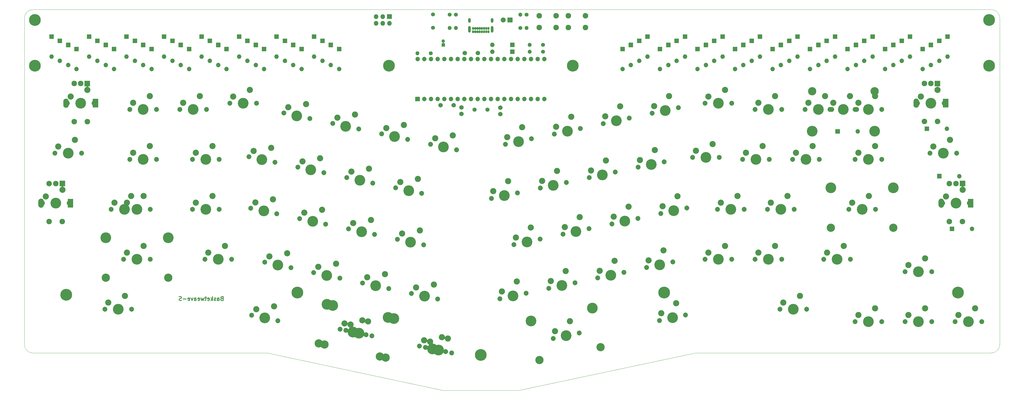
<source format=gbs>
G04 #@! TF.GenerationSoftware,KiCad,Pcbnew,5.1.10-88a1d61d58~90~ubuntu21.04.1*
G04 #@! TF.CreationDate,2021-09-18T02:19:37+02:00*
G04 #@! TF.ProjectId,basketweave,6261736b-6574-4776-9561-76652e6b6963,rev?*
G04 #@! TF.SameCoordinates,Original*
G04 #@! TF.FileFunction,Soldermask,Bot*
G04 #@! TF.FilePolarity,Negative*
%FSLAX46Y46*%
G04 Gerber Fmt 4.6, Leading zero omitted, Abs format (unit mm)*
G04 Created by KiCad (PCBNEW 5.1.10-88a1d61d58~90~ubuntu21.04.1) date 2021-09-18 02:19:37*
%MOMM*%
%LPD*%
G01*
G04 APERTURE LIST*
%ADD10C,0.300000*%
G04 #@! TA.AperFunction,Profile*
%ADD11C,0.050000*%
G04 #@! TD*
%ADD12C,1.852000*%
%ADD13C,2.352000*%
%ADD14C,4.089800*%
%ADD15C,3.150000*%
%ADD16O,1.702000X1.702000*%
%ADD17C,2.102000*%
%ADD18C,4.502000*%
%ADD19C,1.902000*%
%ADD20O,0.752000X1.102000*%
%ADD21O,1.002000X2.502000*%
%ADD22O,1.002000X1.802000*%
%ADD23O,1.802000X1.802000*%
%ADD24C,1.702000*%
%ADD25O,1.502000X1.502000*%
%ADD26C,1.502000*%
%ADD27C,1.602000*%
%ADD28C,1.302000*%
%ADD29C,0.150000*%
G04 APERTURE END LIST*
D10*
X100560557Y-190342057D02*
X100346271Y-190413485D01*
X100274842Y-190484914D01*
X100203414Y-190627771D01*
X100203414Y-190842057D01*
X100274842Y-190984914D01*
X100346271Y-191056342D01*
X100489128Y-191127771D01*
X101060557Y-191127771D01*
X101060557Y-189627771D01*
X100560557Y-189627771D01*
X100417700Y-189699200D01*
X100346271Y-189770628D01*
X100274842Y-189913485D01*
X100274842Y-190056342D01*
X100346271Y-190199200D01*
X100417700Y-190270628D01*
X100560557Y-190342057D01*
X101060557Y-190342057D01*
X98917700Y-191127771D02*
X98917700Y-190342057D01*
X98989128Y-190199200D01*
X99131985Y-190127771D01*
X99417700Y-190127771D01*
X99560557Y-190199200D01*
X98917700Y-191056342D02*
X99060557Y-191127771D01*
X99417700Y-191127771D01*
X99560557Y-191056342D01*
X99631985Y-190913485D01*
X99631985Y-190770628D01*
X99560557Y-190627771D01*
X99417700Y-190556342D01*
X99060557Y-190556342D01*
X98917700Y-190484914D01*
X98274842Y-191056342D02*
X98131985Y-191127771D01*
X97846271Y-191127771D01*
X97703414Y-191056342D01*
X97631985Y-190913485D01*
X97631985Y-190842057D01*
X97703414Y-190699200D01*
X97846271Y-190627771D01*
X98060557Y-190627771D01*
X98203414Y-190556342D01*
X98274842Y-190413485D01*
X98274842Y-190342057D01*
X98203414Y-190199200D01*
X98060557Y-190127771D01*
X97846271Y-190127771D01*
X97703414Y-190199200D01*
X96989128Y-191127771D02*
X96989128Y-189627771D01*
X96846271Y-190556342D02*
X96417700Y-191127771D01*
X96417700Y-190127771D02*
X96989128Y-190699200D01*
X95203414Y-191056342D02*
X95346271Y-191127771D01*
X95631985Y-191127771D01*
X95774842Y-191056342D01*
X95846271Y-190913485D01*
X95846271Y-190342057D01*
X95774842Y-190199200D01*
X95631985Y-190127771D01*
X95346271Y-190127771D01*
X95203414Y-190199200D01*
X95131985Y-190342057D01*
X95131985Y-190484914D01*
X95846271Y-190627771D01*
X94703414Y-190127771D02*
X94131985Y-190127771D01*
X94489128Y-189627771D02*
X94489128Y-190913485D01*
X94417700Y-191056342D01*
X94274842Y-191127771D01*
X94131985Y-191127771D01*
X93774842Y-190127771D02*
X93489128Y-191127771D01*
X93203414Y-190413485D01*
X92917700Y-191127771D01*
X92631985Y-190127771D01*
X91489128Y-191056342D02*
X91631985Y-191127771D01*
X91917700Y-191127771D01*
X92060557Y-191056342D01*
X92131985Y-190913485D01*
X92131985Y-190342057D01*
X92060557Y-190199200D01*
X91917700Y-190127771D01*
X91631985Y-190127771D01*
X91489128Y-190199200D01*
X91417700Y-190342057D01*
X91417700Y-190484914D01*
X92131985Y-190627771D01*
X90131985Y-191127771D02*
X90131985Y-190342057D01*
X90203414Y-190199200D01*
X90346271Y-190127771D01*
X90631985Y-190127771D01*
X90774842Y-190199200D01*
X90131985Y-191056342D02*
X90274842Y-191127771D01*
X90631985Y-191127771D01*
X90774842Y-191056342D01*
X90846271Y-190913485D01*
X90846271Y-190770628D01*
X90774842Y-190627771D01*
X90631985Y-190556342D01*
X90274842Y-190556342D01*
X90131985Y-190484914D01*
X89560557Y-190127771D02*
X89203414Y-191127771D01*
X88846271Y-190127771D01*
X87703414Y-191056342D02*
X87846271Y-191127771D01*
X88131985Y-191127771D01*
X88274842Y-191056342D01*
X88346271Y-190913485D01*
X88346271Y-190342057D01*
X88274842Y-190199200D01*
X88131985Y-190127771D01*
X87846271Y-190127771D01*
X87703414Y-190199200D01*
X87631985Y-190342057D01*
X87631985Y-190484914D01*
X88346271Y-190627771D01*
X86989128Y-190556342D02*
X85846271Y-190556342D01*
X85203414Y-191056342D02*
X84989128Y-191127771D01*
X84631985Y-191127771D01*
X84489128Y-191056342D01*
X84417700Y-190984914D01*
X84346271Y-190842057D01*
X84346271Y-190699200D01*
X84417700Y-190556342D01*
X84489128Y-190484914D01*
X84631985Y-190413485D01*
X84917700Y-190342057D01*
X85060557Y-190270628D01*
X85131985Y-190199200D01*
X85203414Y-190056342D01*
X85203414Y-189913485D01*
X85131985Y-189770628D01*
X85060557Y-189699200D01*
X84917700Y-189627771D01*
X84560557Y-189627771D01*
X84346271Y-189699200D01*
D11*
X25400000Y-83343750D02*
G75*
G02*
X28575000Y-80168750I3175000J0D01*
G01*
X184943750Y-225425000D02*
X213518750Y-225425000D01*
X28575000Y-211137500D02*
G75*
G02*
X25400000Y-207962500I0J3175000D01*
G01*
X396875000Y-207962500D02*
G75*
G02*
X393700000Y-211137500I-3175000J0D01*
G01*
X393700000Y-80168750D02*
G75*
G02*
X396875000Y-83343750I0J-3175000D01*
G01*
X280987500Y-211137500D02*
X213518750Y-225425000D01*
X393700000Y-211137500D02*
X280987500Y-211137500D01*
X117824250Y-211137500D02*
X184943750Y-225425000D01*
X28575000Y-211137500D02*
X117824250Y-211137500D01*
X396875000Y-83343750D02*
X396875000Y-207962500D01*
X28575000Y-80168750D02*
X393700000Y-80168750D01*
X25400000Y-83343750D02*
X25400000Y-207962500D01*
D10*
X100560557Y-190342057D02*
X100346271Y-190413485D01*
X100274842Y-190484914D01*
X100203414Y-190627771D01*
X100203414Y-190842057D01*
X100274842Y-190984914D01*
X100346271Y-191056342D01*
X100489128Y-191127771D01*
X101060557Y-191127771D01*
X101060557Y-189627771D01*
X100560557Y-189627771D01*
X100417700Y-189699200D01*
X100346271Y-189770628D01*
X100274842Y-189913485D01*
X100274842Y-190056342D01*
X100346271Y-190199200D01*
X100417700Y-190270628D01*
X100560557Y-190342057D01*
X101060557Y-190342057D01*
X98917700Y-191127771D02*
X98917700Y-190342057D01*
X98989128Y-190199200D01*
X99131985Y-190127771D01*
X99417700Y-190127771D01*
X99560557Y-190199200D01*
X98917700Y-191056342D02*
X99060557Y-191127771D01*
X99417700Y-191127771D01*
X99560557Y-191056342D01*
X99631985Y-190913485D01*
X99631985Y-190770628D01*
X99560557Y-190627771D01*
X99417700Y-190556342D01*
X99060557Y-190556342D01*
X98917700Y-190484914D01*
X98274842Y-191056342D02*
X98131985Y-191127771D01*
X97846271Y-191127771D01*
X97703414Y-191056342D01*
X97631985Y-190913485D01*
X97631985Y-190842057D01*
X97703414Y-190699200D01*
X97846271Y-190627771D01*
X98060557Y-190627771D01*
X98203414Y-190556342D01*
X98274842Y-190413485D01*
X98274842Y-190342057D01*
X98203414Y-190199200D01*
X98060557Y-190127771D01*
X97846271Y-190127771D01*
X97703414Y-190199200D01*
X96989128Y-191127771D02*
X96989128Y-189627771D01*
X96846271Y-190556342D02*
X96417700Y-191127771D01*
X96417700Y-190127771D02*
X96989128Y-190699200D01*
X95203414Y-191056342D02*
X95346271Y-191127771D01*
X95631985Y-191127771D01*
X95774842Y-191056342D01*
X95846271Y-190913485D01*
X95846271Y-190342057D01*
X95774842Y-190199200D01*
X95631985Y-190127771D01*
X95346271Y-190127771D01*
X95203414Y-190199200D01*
X95131985Y-190342057D01*
X95131985Y-190484914D01*
X95846271Y-190627771D01*
X94703414Y-190127771D02*
X94131985Y-190127771D01*
X94489128Y-189627771D02*
X94489128Y-190913485D01*
X94417700Y-191056342D01*
X94274842Y-191127771D01*
X94131985Y-191127771D01*
X93774842Y-190127771D02*
X93489128Y-191127771D01*
X93203414Y-190413485D01*
X92917700Y-191127771D01*
X92631985Y-190127771D01*
X91489128Y-191056342D02*
X91631985Y-191127771D01*
X91917700Y-191127771D01*
X92060557Y-191056342D01*
X92131985Y-190913485D01*
X92131985Y-190342057D01*
X92060557Y-190199200D01*
X91917700Y-190127771D01*
X91631985Y-190127771D01*
X91489128Y-190199200D01*
X91417700Y-190342057D01*
X91417700Y-190484914D01*
X92131985Y-190627771D01*
X90131985Y-191127771D02*
X90131985Y-190342057D01*
X90203414Y-190199200D01*
X90346271Y-190127771D01*
X90631985Y-190127771D01*
X90774842Y-190199200D01*
X90131985Y-191056342D02*
X90274842Y-191127771D01*
X90631985Y-191127771D01*
X90774842Y-191056342D01*
X90846271Y-190913485D01*
X90846271Y-190770628D01*
X90774842Y-190627771D01*
X90631985Y-190556342D01*
X90274842Y-190556342D01*
X90131985Y-190484914D01*
X89560557Y-190127771D02*
X89203414Y-191127771D01*
X88846271Y-190127771D01*
X87703414Y-191056342D02*
X87846271Y-191127771D01*
X88131985Y-191127771D01*
X88274842Y-191056342D01*
X88346271Y-190913485D01*
X88346271Y-190342057D01*
X88274842Y-190199200D01*
X88131985Y-190127771D01*
X87846271Y-190127771D01*
X87703414Y-190199200D01*
X87631985Y-190342057D01*
X87631985Y-190484914D01*
X88346271Y-190627771D01*
X86989128Y-190556342D02*
X85846271Y-190556342D01*
X85203414Y-191056342D02*
X84989128Y-191127771D01*
X84631985Y-191127771D01*
X84489128Y-191056342D01*
X84417700Y-190984914D01*
X84346271Y-190842057D01*
X84346271Y-190699200D01*
X84417700Y-190556342D01*
X84489128Y-190484914D01*
X84631985Y-190413485D01*
X84917700Y-190342057D01*
X85060557Y-190270628D01*
X85131985Y-190199200D01*
X85203414Y-190056342D01*
X85203414Y-189913485D01*
X85131985Y-189770628D01*
X85060557Y-189699200D01*
X84917700Y-189627771D01*
X84560557Y-189627771D01*
X84346271Y-189699200D01*
D11*
X25400000Y-83343750D02*
G75*
G02*
X28575000Y-80168750I3175000J0D01*
G01*
X184943750Y-225425000D02*
X213518750Y-225425000D01*
X28575000Y-211137500D02*
G75*
G02*
X25400000Y-207962500I0J3175000D01*
G01*
X396875000Y-207962500D02*
G75*
G02*
X393700000Y-211137500I-3175000J0D01*
G01*
X393700000Y-80168750D02*
G75*
G02*
X396875000Y-83343750I0J-3175000D01*
G01*
X280987500Y-211137500D02*
X213518750Y-225425000D01*
X393700000Y-211137500D02*
X280987500Y-211137500D01*
X117824250Y-211137500D02*
X184943750Y-225425000D01*
X28575000Y-211137500D02*
X117824250Y-211137500D01*
X396875000Y-83343750D02*
X396875000Y-207962500D01*
X28575000Y-80168750D02*
X393700000Y-80168750D01*
X25400000Y-83343750D02*
X25400000Y-207962500D01*
D12*
X351948750Y-137318750D03*
X341788750Y-137318750D03*
D13*
X343058750Y-134778750D03*
D14*
X346868750Y-137318750D03*
D13*
X349408750Y-132238750D03*
X349408750Y-113188750D03*
D14*
X346868750Y-118268750D03*
D13*
X343058750Y-115728750D03*
D12*
X341788750Y-118268750D03*
X351948750Y-118268750D03*
D14*
X349250000Y-126523750D03*
X325437500Y-126523750D03*
D15*
X349250000Y-111283750D03*
X325437500Y-111283750D03*
D12*
X342423750Y-118268750D03*
X332263750Y-118268750D03*
D13*
X333533750Y-115728750D03*
D14*
X337343750Y-118268750D03*
D13*
X339883750Y-113188750D03*
X330358750Y-113188750D03*
D14*
X327818750Y-118268750D03*
D13*
X324008750Y-115728750D03*
D12*
X322738750Y-118268750D03*
X332898750Y-118268750D03*
D16*
X342773000Y-126619000D03*
G36*
G01*
X334302000Y-127419000D02*
X334302000Y-125819000D01*
G75*
G02*
X334353000Y-125768000I51000J0D01*
G01*
X335953000Y-125768000D01*
G75*
G02*
X336004000Y-125819000I0J-51000D01*
G01*
X336004000Y-127419000D01*
G75*
G02*
X335953000Y-127470000I-51000J0D01*
G01*
X334353000Y-127470000D01*
G75*
G02*
X334302000Y-127419000I0J51000D01*
G01*
G37*
D12*
X51911250Y-115887500D03*
X41751250Y-115887500D03*
D13*
X43021250Y-113347500D03*
D14*
X46831250Y-115887500D03*
D13*
X49371250Y-110807500D03*
D16*
X370676250Y-101280000D03*
G36*
G01*
X369876250Y-92809000D02*
X371476250Y-92809000D01*
G75*
G02*
X371527250Y-92860000I0J-51000D01*
G01*
X371527250Y-94460000D01*
G75*
G02*
X371476250Y-94511000I-51000J0D01*
G01*
X369876250Y-94511000D01*
G75*
G02*
X369825250Y-94460000I0J51000D01*
G01*
X369825250Y-92860000D01*
G75*
G02*
X369876250Y-92809000I51000J0D01*
G01*
G37*
D17*
X368176800Y-122856400D03*
X373176800Y-122856400D03*
G36*
G01*
X365076800Y-114105400D02*
X365076800Y-114105400D01*
G75*
G02*
X366127800Y-115156400I0J-1051000D01*
G01*
X366127800Y-116556400D01*
G75*
G02*
X365076800Y-117607400I-1051000J0D01*
G01*
X365076800Y-117607400D01*
G75*
G02*
X364025800Y-116556400I0J1051000D01*
G01*
X364025800Y-115156400D01*
G75*
G02*
X365076800Y-114105400I1051000J0D01*
G01*
G37*
G36*
G01*
X375276800Y-114205400D02*
X377276800Y-114205400D01*
G75*
G02*
X377327800Y-114256400I0J-51000D01*
G01*
X377327800Y-117456400D01*
G75*
G02*
X377276800Y-117507400I-51000J0D01*
G01*
X375276800Y-117507400D01*
G75*
G02*
X375225800Y-117456400I0J51000D01*
G01*
X375225800Y-114256400D01*
G75*
G02*
X375276800Y-114205400I51000J0D01*
G01*
G37*
X368176800Y-108356400D03*
X370676800Y-108356400D03*
G36*
G01*
X372176800Y-107305400D02*
X374176800Y-107305400D01*
G75*
G02*
X374227800Y-107356400I0J-51000D01*
G01*
X374227800Y-109356400D01*
G75*
G02*
X374176800Y-109407400I-51000J0D01*
G01*
X372176800Y-109407400D01*
G75*
G02*
X372125800Y-109356400I0J51000D01*
G01*
X372125800Y-107356400D01*
G75*
G02*
X372176800Y-107305400I51000J0D01*
G01*
G37*
X44326800Y-122881800D03*
X49326800Y-122881800D03*
G36*
G01*
X41226800Y-114130800D02*
X41226800Y-114130800D01*
G75*
G02*
X42277800Y-115181800I0J-1051000D01*
G01*
X42277800Y-116581800D01*
G75*
G02*
X41226800Y-117632800I-1051000J0D01*
G01*
X41226800Y-117632800D01*
G75*
G02*
X40175800Y-116581800I0J1051000D01*
G01*
X40175800Y-115181800D01*
G75*
G02*
X41226800Y-114130800I1051000J0D01*
G01*
G37*
G36*
G01*
X51426800Y-114230800D02*
X53426800Y-114230800D01*
G75*
G02*
X53477800Y-114281800I0J-51000D01*
G01*
X53477800Y-117481800D01*
G75*
G02*
X53426800Y-117532800I-51000J0D01*
G01*
X51426800Y-117532800D01*
G75*
G02*
X51375800Y-117481800I0J51000D01*
G01*
X51375800Y-114281800D01*
G75*
G02*
X51426800Y-114230800I51000J0D01*
G01*
G37*
X44326800Y-108381800D03*
X46826800Y-108381800D03*
G36*
G01*
X48326800Y-107330800D02*
X50326800Y-107330800D01*
G75*
G02*
X50377800Y-107381800I0J-51000D01*
G01*
X50377800Y-109381800D01*
G75*
G02*
X50326800Y-109432800I-51000J0D01*
G01*
X48326800Y-109432800D01*
G75*
G02*
X48275800Y-109381800I0J51000D01*
G01*
X48275800Y-107381800D01*
G75*
G02*
X48326800Y-107330800I51000J0D01*
G01*
G37*
X377726250Y-161007500D03*
X382726250Y-161007500D03*
G36*
G01*
X374626250Y-152256500D02*
X374626250Y-152256500D01*
G75*
G02*
X375677250Y-153307500I0J-1051000D01*
G01*
X375677250Y-154707500D01*
G75*
G02*
X374626250Y-155758500I-1051000J0D01*
G01*
X374626250Y-155758500D01*
G75*
G02*
X373575250Y-154707500I0J1051000D01*
G01*
X373575250Y-153307500D01*
G75*
G02*
X374626250Y-152256500I1051000J0D01*
G01*
G37*
G36*
G01*
X384826250Y-152356500D02*
X386826250Y-152356500D01*
G75*
G02*
X386877250Y-152407500I0J-51000D01*
G01*
X386877250Y-155607500D01*
G75*
G02*
X386826250Y-155658500I-51000J0D01*
G01*
X384826250Y-155658500D01*
G75*
G02*
X384775250Y-155607500I0J51000D01*
G01*
X384775250Y-152407500D01*
G75*
G02*
X384826250Y-152356500I51000J0D01*
G01*
G37*
X377726250Y-146507500D03*
X380226250Y-146507500D03*
G36*
G01*
X381726250Y-145456500D02*
X383726250Y-145456500D01*
G75*
G02*
X383777250Y-145507500I0J-51000D01*
G01*
X383777250Y-147507500D01*
G75*
G02*
X383726250Y-147558500I-51000J0D01*
G01*
X381726250Y-147558500D01*
G75*
G02*
X381675250Y-147507500I0J51000D01*
G01*
X381675250Y-145507500D01*
G75*
G02*
X381726250Y-145456500I51000J0D01*
G01*
G37*
X34827200Y-161007200D03*
X39827200Y-161007200D03*
G36*
G01*
X31727200Y-152256200D02*
X31727200Y-152256200D01*
G75*
G02*
X32778200Y-153307200I0J-1051000D01*
G01*
X32778200Y-154707200D01*
G75*
G02*
X31727200Y-155758200I-1051000J0D01*
G01*
X31727200Y-155758200D01*
G75*
G02*
X30676200Y-154707200I0J1051000D01*
G01*
X30676200Y-153307200D01*
G75*
G02*
X31727200Y-152256200I1051000J0D01*
G01*
G37*
G36*
G01*
X41927200Y-152356200D02*
X43927200Y-152356200D01*
G75*
G02*
X43978200Y-152407200I0J-51000D01*
G01*
X43978200Y-155607200D01*
G75*
G02*
X43927200Y-155658200I-51000J0D01*
G01*
X41927200Y-155658200D01*
G75*
G02*
X41876200Y-155607200I0J51000D01*
G01*
X41876200Y-152407200D01*
G75*
G02*
X41927200Y-152356200I51000J0D01*
G01*
G37*
X34827200Y-146507200D03*
X37327200Y-146507200D03*
G36*
G01*
X38827200Y-145456200D02*
X40827200Y-145456200D01*
G75*
G02*
X40878200Y-145507200I0J-51000D01*
G01*
X40878200Y-147507200D01*
G75*
G02*
X40827200Y-147558200I-51000J0D01*
G01*
X38827200Y-147558200D01*
G75*
G02*
X38776200Y-147507200I0J51000D01*
G01*
X38776200Y-145507200D01*
G75*
G02*
X38827200Y-145456200I51000J0D01*
G01*
G37*
D16*
X376745500Y-125603000D03*
G36*
G01*
X368274500Y-126403000D02*
X368274500Y-124803000D01*
G75*
G02*
X368325500Y-124752000I51000J0D01*
G01*
X369925500Y-124752000D01*
G75*
G02*
X369976500Y-124803000I0J-51000D01*
G01*
X369976500Y-126403000D01*
G75*
G02*
X369925500Y-126454000I-51000J0D01*
G01*
X368325500Y-126454000D01*
G75*
G02*
X368274500Y-126403000I0J51000D01*
G01*
G37*
D13*
X39846250Y-148907500D03*
D14*
X37306250Y-153987500D03*
D13*
X33496250Y-151447500D03*
D12*
X32226250Y-153987500D03*
X42386250Y-153987500D03*
D13*
X44608750Y-129857500D03*
D14*
X42068750Y-134937500D03*
D13*
X38258750Y-132397500D03*
D12*
X36988750Y-134937500D03*
X47148750Y-134937500D03*
D13*
X377983750Y-129857500D03*
D14*
X375443750Y-134937500D03*
D13*
X371633750Y-132397500D03*
D12*
X370363750Y-134937500D03*
X380523750Y-134937500D03*
D13*
X373221250Y-110807500D03*
D14*
X370681250Y-115887500D03*
D13*
X366871250Y-113347500D03*
D12*
X365601250Y-115887500D03*
X375761250Y-115887500D03*
D13*
X382746250Y-148907500D03*
D14*
X380206250Y-153987500D03*
D13*
X376396250Y-151447500D03*
D12*
X375126250Y-153987500D03*
X385286250Y-153987500D03*
D16*
X386334000Y-163830000D03*
G36*
G01*
X377863000Y-164630000D02*
X377863000Y-163030000D01*
G75*
G02*
X377914000Y-162979000I51000J0D01*
G01*
X379514000Y-162979000D01*
G75*
G02*
X379565000Y-163030000I0J-51000D01*
G01*
X379565000Y-164630000D01*
G75*
G02*
X379514000Y-164681000I-51000J0D01*
G01*
X377914000Y-164681000D01*
G75*
G02*
X377863000Y-164630000I0J51000D01*
G01*
G37*
X381508000Y-143700500D03*
G36*
G01*
X373037000Y-144500500D02*
X373037000Y-142900500D01*
G75*
G02*
X373088000Y-142849500I51000J0D01*
G01*
X374688000Y-142849500D01*
G75*
G02*
X374739000Y-142900500I0J-51000D01*
G01*
X374739000Y-144500500D01*
G75*
G02*
X374688000Y-144551500I-51000J0D01*
G01*
X373088000Y-144551500D01*
G75*
G02*
X373037000Y-144500500I0J51000D01*
G01*
G37*
D13*
X233181626Y-199061357D03*
D14*
X231753322Y-204558443D03*
D13*
X227498484Y-202866092D03*
D12*
X226784332Y-205614634D03*
X236722312Y-203502252D03*
D15*
X221559515Y-213866253D03*
X244851655Y-208915355D03*
D14*
X218390941Y-198959283D03*
X241683081Y-194008386D03*
D13*
X156321686Y-199140106D03*
D14*
X152781000Y-203581000D03*
D13*
X149582353Y-200304362D03*
D12*
X147812010Y-202524809D03*
X157749990Y-204637191D03*
D15*
X139682667Y-207937912D03*
X162974807Y-212888810D03*
D14*
X142851241Y-193030943D03*
X166143381Y-197981840D03*
D13*
X186674686Y-205617106D03*
D14*
X183134000Y-210058000D03*
D13*
X179935353Y-206781362D03*
D12*
X178165010Y-209001809D03*
X188102990Y-211114191D03*
X277225240Y-196638536D03*
X267287260Y-198750918D03*
D13*
X268001412Y-196002376D03*
D14*
X272256250Y-197694727D03*
D13*
X273684554Y-192197641D03*
D18*
X269081250Y-188118750D03*
D12*
X75723750Y-137318750D03*
X65563750Y-137318750D03*
D13*
X66833750Y-134778750D03*
D14*
X70643750Y-137318750D03*
D13*
X73183750Y-132238750D03*
D12*
X68580000Y-156368750D03*
X58420000Y-156368750D03*
D13*
X59690000Y-153828750D03*
D14*
X63500000Y-156368750D03*
D13*
X66040000Y-151288750D03*
D12*
X73342500Y-156368750D03*
X63182500Y-156368750D03*
D13*
X64452500Y-153828750D03*
D14*
X68262500Y-156368750D03*
D13*
X70802500Y-151288750D03*
X347027500Y-151288750D03*
D14*
X344487500Y-156368750D03*
D13*
X340677500Y-153828750D03*
D12*
X339407500Y-156368750D03*
X349567500Y-156368750D03*
D15*
X332581250Y-163353750D03*
X356393750Y-163353750D03*
D14*
X332581250Y-148113750D03*
X356393750Y-148113750D03*
D13*
X70802500Y-170338750D03*
D14*
X68262500Y-175418750D03*
D13*
X64452500Y-172878750D03*
D12*
X63182500Y-175418750D03*
X73342500Y-175418750D03*
D15*
X56356250Y-182403750D03*
X80168750Y-182403750D03*
D14*
X56356250Y-167163750D03*
X80168750Y-167163750D03*
D12*
X340042500Y-175418750D03*
X329882500Y-175418750D03*
D13*
X331152500Y-172878750D03*
D14*
X334962500Y-175418750D03*
D13*
X337502500Y-170338750D03*
D12*
X66198750Y-194468750D03*
X56038750Y-194468750D03*
D13*
X57308750Y-191928750D03*
D14*
X61118750Y-194468750D03*
D13*
X63658750Y-189388750D03*
D12*
X121904240Y-198829622D03*
X111966260Y-196717240D03*
D13*
X113736603Y-194496793D03*
D14*
X116935250Y-197773431D03*
D13*
X120475936Y-193332537D03*
X154098377Y-198710984D03*
D14*
X150557691Y-203151878D03*
D13*
X147359044Y-199875240D03*
D12*
X145588701Y-202095687D03*
X155526681Y-204208069D03*
D15*
X137459358Y-207508790D03*
X160751498Y-212459688D03*
D14*
X140627932Y-192601821D03*
X163920072Y-197552718D03*
D12*
X185806463Y-210644235D03*
X175868483Y-208531853D03*
D13*
X177638826Y-206311406D03*
D14*
X180837473Y-209588044D03*
D13*
X184378159Y-205147150D03*
D12*
X323373750Y-194468750D03*
X313213750Y-194468750D03*
D13*
X314483750Y-191928750D03*
D14*
X318293750Y-194468750D03*
D13*
X320833750Y-189388750D03*
D12*
X218550227Y-129462495D03*
X208612247Y-131574877D03*
D13*
X209326399Y-128826335D03*
D14*
X213581237Y-130518686D03*
D13*
X215009541Y-125021600D03*
D12*
X171369552Y-129673222D03*
X161431572Y-127560840D03*
D13*
X163201915Y-125340393D03*
D14*
X166400562Y-128617031D03*
D13*
X169941248Y-124176137D03*
D12*
X190003264Y-133633939D03*
X180065284Y-131521557D03*
D13*
X181835627Y-129301110D03*
D14*
X185034274Y-132577748D03*
D13*
X188574960Y-128136854D03*
D12*
X313848750Y-175418750D03*
X303688750Y-175418750D03*
D13*
X304958750Y-172878750D03*
D14*
X308768750Y-175418750D03*
D13*
X311308750Y-170338750D03*
D12*
X328136250Y-137318750D03*
X317976250Y-137318750D03*
D13*
X319246250Y-134778750D03*
D14*
X323056250Y-137318750D03*
D13*
X325596250Y-132238750D03*
D12*
X221813235Y-167720098D03*
X211875255Y-169832480D03*
D13*
X212589407Y-167083938D03*
D14*
X216844245Y-168776289D03*
D13*
X218272549Y-163279203D03*
D12*
X237183939Y-125501777D03*
X227245959Y-127614159D03*
D13*
X227960111Y-124865617D03*
D14*
X232214949Y-126557968D03*
D13*
X233643253Y-121060882D03*
D12*
X294798750Y-115887500D03*
X284638750Y-115887500D03*
D13*
X285908750Y-113347500D03*
D14*
X289718750Y-115887500D03*
D13*
X292258750Y-110807500D03*
D12*
X213194089Y-150076565D03*
X203256109Y-152188947D03*
D13*
X203970261Y-149440405D03*
D14*
X208225099Y-151132756D03*
D13*
X209653403Y-145635670D03*
D12*
X274451362Y-117580342D03*
X264513382Y-119692724D03*
D13*
X265227534Y-116944182D03*
D14*
X269482372Y-118636533D03*
D13*
X270910676Y-113139447D03*
D12*
X290036250Y-136525000D03*
X279876250Y-136525000D03*
D13*
X281146250Y-133985000D03*
D14*
X284956250Y-136525000D03*
D13*
X287496250Y-131445000D03*
D12*
X390048750Y-199231250D03*
X379888750Y-199231250D03*
D13*
X381158750Y-196691250D03*
D14*
X384968750Y-199231250D03*
D13*
X387508750Y-194151250D03*
X132673825Y-116254701D03*
D14*
X129133139Y-120695595D03*
D13*
X125934492Y-117418957D03*
D12*
X124164149Y-119639404D03*
X134102129Y-121751786D03*
D13*
X111283750Y-110807500D03*
D14*
X108743750Y-115887500D03*
D13*
X104933750Y-113347500D03*
D12*
X103663750Y-115887500D03*
X113823750Y-115887500D03*
X104298750Y-175418750D03*
X94138750Y-175418750D03*
D13*
X95408750Y-172878750D03*
D14*
X99218750Y-175418750D03*
D13*
X101758750Y-170338750D03*
X73183750Y-113188750D03*
D14*
X70643750Y-118268750D03*
D13*
X66833750Y-115728750D03*
D12*
X65563750Y-118268750D03*
X75723750Y-118268750D03*
X255817651Y-121541059D03*
X245879671Y-123653441D03*
D13*
X246593823Y-120904899D03*
D14*
X250848661Y-122597250D03*
D13*
X252276965Y-117100164D03*
D12*
X152735840Y-125712504D03*
X142797860Y-123600122D03*
D13*
X144568203Y-121379675D03*
D14*
X147766850Y-124656313D03*
D13*
X151307536Y-120215419D03*
D12*
X370998750Y-199231250D03*
X360838750Y-199231250D03*
D13*
X362108750Y-196691250D03*
D14*
X365918750Y-199231250D03*
D13*
X368458750Y-194151250D03*
D12*
X351948750Y-199231250D03*
X341788750Y-199231250D03*
D13*
X343058750Y-196691250D03*
D14*
X346868750Y-199231250D03*
D13*
X349408750Y-194151250D03*
D12*
X370998750Y-180181250D03*
X360838750Y-180181250D03*
D13*
X362108750Y-177641250D03*
D14*
X365918750Y-180181250D03*
D13*
X368458750Y-175101250D03*
D12*
X294798750Y-175418750D03*
X284638750Y-175418750D03*
D13*
X285908750Y-172878750D03*
D14*
X289718750Y-175418750D03*
D13*
X292258750Y-170338750D03*
D12*
X272358232Y-176452015D03*
X262420252Y-178564397D03*
D13*
X263134404Y-175815855D03*
D14*
X267389242Y-177508206D03*
D13*
X268817546Y-172011120D03*
D12*
X253724520Y-180412733D03*
X243786540Y-182525115D03*
D13*
X244500692Y-179776573D03*
D14*
X248755530Y-181468924D03*
D13*
X250183834Y-175971838D03*
D12*
X235090808Y-184373451D03*
X225152828Y-186485833D03*
D13*
X225866980Y-183737291D03*
D14*
X230121818Y-185429642D03*
D13*
X231550122Y-179932556D03*
D12*
X182779539Y-190525254D03*
X172841559Y-188412872D03*
D13*
X174611902Y-186192425D03*
D14*
X177810549Y-189469063D03*
D13*
X181351235Y-185028169D03*
D12*
X164145827Y-186564536D03*
X154207847Y-184452154D03*
D13*
X155978190Y-182231707D03*
D14*
X159176837Y-185508345D03*
D13*
X162717523Y-181067451D03*
D12*
X145512115Y-182603819D03*
X135574135Y-180491437D03*
D13*
X137344478Y-178270990D03*
D14*
X140543125Y-181547628D03*
D13*
X144083811Y-177106734D03*
D12*
X126878403Y-178643101D03*
X116940423Y-176530719D03*
D13*
X118710766Y-174310272D03*
D14*
X121909413Y-177586910D03*
D13*
X125450099Y-173146016D03*
D12*
X318611250Y-156368750D03*
X308451250Y-156368750D03*
D13*
X309721250Y-153828750D03*
D14*
X313531250Y-156368750D03*
D13*
X316071250Y-151288750D03*
D12*
X299561250Y-156368750D03*
X289401250Y-156368750D03*
D13*
X290671250Y-153828750D03*
D14*
X294481250Y-156368750D03*
D13*
X297021250Y-151288750D03*
D12*
X277714370Y-155837945D03*
X267776390Y-157950327D03*
D13*
X268490542Y-155201785D03*
D14*
X272745380Y-156894136D03*
D13*
X274173684Y-151397050D03*
D12*
X259080658Y-159798662D03*
X249142678Y-161911044D03*
D13*
X249856830Y-159162502D03*
D14*
X254111668Y-160854853D03*
D13*
X255539972Y-155357767D03*
D12*
X240446946Y-163759380D03*
X230508966Y-165871762D03*
D13*
X231223118Y-163123220D03*
D14*
X235477956Y-164815571D03*
D13*
X236906260Y-159318485D03*
D12*
X177423401Y-169911183D03*
X167485421Y-167798801D03*
D13*
X169255764Y-165578354D03*
D14*
X172454411Y-168854992D03*
D13*
X175995097Y-164414098D03*
D12*
X158789689Y-165950466D03*
X148851709Y-163838084D03*
D13*
X150622052Y-161617637D03*
D14*
X153820699Y-164894275D03*
D13*
X157361385Y-160453381D03*
D12*
X140155977Y-161989748D03*
X130217997Y-159877366D03*
D13*
X131988340Y-157656919D03*
D14*
X135186987Y-160933557D03*
D13*
X138727673Y-156492663D03*
D12*
X121522265Y-158029030D03*
X111584285Y-155916648D03*
D13*
X113354628Y-153696201D03*
D14*
X116553275Y-156972839D03*
D13*
X120093961Y-152531945D03*
D12*
X99536250Y-156368750D03*
X89376250Y-156368750D03*
D13*
X90646250Y-153828750D03*
D14*
X94456250Y-156368750D03*
D13*
X96996250Y-151288750D03*
D12*
X309086250Y-137318750D03*
X298926250Y-137318750D03*
D13*
X300196250Y-134778750D03*
D14*
X304006250Y-137318750D03*
D13*
X306546250Y-132238750D03*
D12*
X269095224Y-138194412D03*
X259157244Y-140306794D03*
D13*
X259871396Y-137558252D03*
D14*
X264126234Y-139250603D03*
D13*
X265554538Y-133753517D03*
D12*
X250461512Y-142155130D03*
X240523532Y-144267512D03*
D13*
X241237684Y-141518970D03*
D14*
X245492522Y-143211321D03*
D13*
X246920826Y-137714235D03*
D12*
X231827801Y-146115848D03*
X221889821Y-148228230D03*
D13*
X222603973Y-145479688D03*
D14*
X226858811Y-147172039D03*
D13*
X228287115Y-141674953D03*
D12*
X176725690Y-150287292D03*
X166787710Y-148174910D03*
D13*
X168558053Y-145954463D03*
D14*
X171756700Y-149231101D03*
D13*
X175297386Y-144790207D03*
D12*
X158091979Y-146326574D03*
X148153999Y-144214192D03*
D13*
X149924342Y-141993745D03*
D14*
X153122989Y-145270383D03*
D13*
X156663675Y-140829489D03*
D12*
X139458267Y-142365857D03*
X129520287Y-140253475D03*
D13*
X131290630Y-138033028D03*
D14*
X134489277Y-141309666D03*
D13*
X138029963Y-136868772D03*
D12*
X120824555Y-138405139D03*
X110886575Y-136292757D03*
D13*
X112656918Y-134072310D03*
D14*
X115855565Y-137348948D03*
D13*
X119396251Y-132908054D03*
D12*
X99536250Y-137318750D03*
X89376250Y-137318750D03*
D13*
X90646250Y-134778750D03*
D14*
X94456250Y-137318750D03*
D13*
X96996250Y-132238750D03*
D12*
X313848750Y-118268750D03*
X303688750Y-118268750D03*
D13*
X304958750Y-115728750D03*
D14*
X308768750Y-118268750D03*
D13*
X311308750Y-113188750D03*
X92233750Y-113188750D03*
D14*
X89693750Y-118268750D03*
D13*
X85883750Y-115728750D03*
D12*
X84613750Y-118268750D03*
X94773750Y-118268750D03*
D19*
X207803750Y-84137500D03*
G36*
G01*
X211294750Y-83237500D02*
X211294750Y-85037500D01*
G75*
G02*
X211243750Y-85088500I-51000J0D01*
G01*
X209443750Y-85088500D01*
G75*
G02*
X209392750Y-85037500I0J51000D01*
G01*
X209392750Y-83237500D01*
G75*
G02*
X209443750Y-83186500I51000J0D01*
G01*
X211243750Y-83186500D01*
G75*
G02*
X211294750Y-83237500I0J-51000D01*
G01*
G37*
D20*
X200506250Y-88650000D03*
X202206250Y-88650000D03*
X201356250Y-88650000D03*
X199656250Y-88650000D03*
X198806250Y-88650000D03*
X197956250Y-88650000D03*
X197106250Y-88650000D03*
X196256250Y-88650000D03*
X202206250Y-87325000D03*
X201351250Y-87325000D03*
X200501250Y-87325000D03*
X199651250Y-87325000D03*
X198801250Y-87325000D03*
X197951250Y-87325000D03*
X197101250Y-87325000D03*
X196251250Y-87325000D03*
D21*
X203556250Y-87670000D03*
X194906250Y-87670000D03*
D22*
X203556250Y-84290000D03*
X194906250Y-84290000D03*
D17*
X227956250Y-82550000D03*
X227956250Y-87050000D03*
X221456250Y-82550000D03*
X221456250Y-87050000D03*
X239068750Y-82550000D03*
X239068750Y-87050000D03*
X232568750Y-82550000D03*
X232568750Y-87050000D03*
G36*
G01*
X163583250Y-81946511D02*
X165283250Y-81946511D01*
G75*
G02*
X165334250Y-81997511I0J-51000D01*
G01*
X165334250Y-83697511D01*
G75*
G02*
X165283250Y-83748511I-51000J0D01*
G01*
X163583250Y-83748511D01*
G75*
G02*
X163532250Y-83697511I0J51000D01*
G01*
X163532250Y-81997511D01*
G75*
G02*
X163583250Y-81946511I51000J0D01*
G01*
G37*
D23*
X164433250Y-85387511D03*
X161893250Y-82847511D03*
X161893250Y-85387511D03*
X159353250Y-82847511D03*
X159353250Y-85387511D03*
D18*
X129381250Y-188118750D03*
G36*
G01*
X175933000Y-115151000D02*
X174333000Y-115151000D01*
G75*
G02*
X174282000Y-115100000I0J51000D01*
G01*
X174282000Y-113500000D01*
G75*
G02*
X174333000Y-113449000I51000J0D01*
G01*
X175933000Y-113449000D01*
G75*
G02*
X175984000Y-113500000I0J-51000D01*
G01*
X175984000Y-115100000D01*
G75*
G02*
X175933000Y-115151000I-51000J0D01*
G01*
G37*
D16*
X223393000Y-99060000D03*
X177673000Y-114300000D03*
X220853000Y-99060000D03*
X180213000Y-114300000D03*
X218313000Y-99060000D03*
X182753000Y-114300000D03*
X215773000Y-99060000D03*
X185293000Y-114300000D03*
X213233000Y-99060000D03*
X187833000Y-114300000D03*
X210693000Y-99060000D03*
X190373000Y-114300000D03*
X208153000Y-99060000D03*
X192913000Y-114300000D03*
X205613000Y-99060000D03*
X195453000Y-114300000D03*
X203073000Y-99060000D03*
X197993000Y-114300000D03*
X200533000Y-99060000D03*
X200533000Y-114300000D03*
X197993000Y-99060000D03*
X203073000Y-114300000D03*
X195453000Y-99060000D03*
X205613000Y-114300000D03*
X192913000Y-99060000D03*
X208153000Y-114300000D03*
X190373000Y-99060000D03*
X210693000Y-114300000D03*
X187833000Y-99060000D03*
X213233000Y-114300000D03*
X185293000Y-99060000D03*
X215773000Y-114300000D03*
X182753000Y-99060000D03*
X218313000Y-114300000D03*
X180213000Y-99060000D03*
X220853000Y-114300000D03*
X177673000Y-99060000D03*
X223393000Y-114300000D03*
X175133000Y-99060000D03*
D24*
X193120000Y-96742250D03*
X198120000Y-96742250D03*
D16*
X203644500Y-93630750D03*
G36*
G01*
X212115500Y-92830750D02*
X212115500Y-94430750D01*
G75*
G02*
X212064500Y-94481750I-51000J0D01*
G01*
X210464500Y-94481750D01*
G75*
G02*
X210413500Y-94430750I0J51000D01*
G01*
X210413500Y-92830750D01*
G75*
G02*
X210464500Y-92779750I51000J0D01*
G01*
X212064500Y-92779750D01*
G75*
G02*
X212115500Y-92830750I0J-51000D01*
G01*
G37*
D25*
X187325000Y-87149000D03*
D26*
X187325000Y-82069000D03*
D25*
X189706250Y-87149000D03*
D26*
X189706250Y-82069000D03*
D24*
X206692500Y-120070250D03*
X206692500Y-117570250D03*
D26*
X180975000Y-82010250D03*
X180975000Y-87110250D03*
D25*
X214312500Y-82137250D03*
D26*
X214312500Y-87217250D03*
D25*
X217805000Y-96234250D03*
D26*
X222885000Y-96234250D03*
D25*
X217805000Y-93599000D03*
D26*
X222885000Y-93599000D03*
D16*
X203644500Y-96234250D03*
G36*
G01*
X212115500Y-95434250D02*
X212115500Y-97034250D01*
G75*
G02*
X212064500Y-97085250I-51000J0D01*
G01*
X210464500Y-97085250D01*
G75*
G02*
X210413500Y-97034250I0J51000D01*
G01*
X210413500Y-95434250D01*
G75*
G02*
X210464500Y-95383250I51000J0D01*
G01*
X212064500Y-95383250D01*
G75*
G02*
X212115500Y-95434250I0J-51000D01*
G01*
G37*
D24*
X183912500Y-116681250D03*
X188912500Y-116681250D03*
X191833500Y-117475000D03*
X191833500Y-119975000D03*
D27*
X201739500Y-118332250D03*
X196859500Y-118332250D03*
D18*
X29402500Y-84167500D03*
X164226250Y-101563750D03*
X199231250Y-211931250D03*
X381000000Y-188118750D03*
X392872500Y-84167500D03*
X29402500Y-101563750D03*
X392872500Y-101563750D03*
X234236250Y-101563750D03*
X41275000Y-188912500D03*
D16*
X259556250Y-99695000D03*
G36*
G01*
X258756250Y-91224000D02*
X260356250Y-91224000D01*
G75*
G02*
X260407250Y-91275000I0J-51000D01*
G01*
X260407250Y-92875000D01*
G75*
G02*
X260356250Y-92926000I-51000J0D01*
G01*
X258756250Y-92926000D01*
G75*
G02*
X258705250Y-92875000I0J51000D01*
G01*
X258705250Y-91275000D01*
G75*
G02*
X258756250Y-91224000I51000J0D01*
G01*
G37*
X116681250Y-102870000D03*
G36*
G01*
X115881250Y-94399000D02*
X117481250Y-94399000D01*
G75*
G02*
X117532250Y-94450000I0J-51000D01*
G01*
X117532250Y-96050000D01*
G75*
G02*
X117481250Y-96101000I-51000J0D01*
G01*
X115881250Y-96101000D01*
G75*
G02*
X115830250Y-96050000I0J51000D01*
G01*
X115830250Y-94450000D01*
G75*
G02*
X115881250Y-94399000I51000J0D01*
G01*
G37*
X127793750Y-101282500D03*
G36*
G01*
X126993750Y-92811500D02*
X128593750Y-92811500D01*
G75*
G02*
X128644750Y-92862500I0J-51000D01*
G01*
X128644750Y-94462500D01*
G75*
G02*
X128593750Y-94513500I-51000J0D01*
G01*
X126993750Y-94513500D01*
G75*
G02*
X126942750Y-94462500I0J51000D01*
G01*
X126942750Y-92862500D01*
G75*
G02*
X126993750Y-92811500I51000J0D01*
G01*
G37*
D26*
X216693750Y-82137250D03*
D25*
X216693750Y-87217250D03*
G36*
G01*
X366711250Y-94401500D02*
X368311250Y-94401500D01*
G75*
G02*
X368362250Y-94452500I0J-51000D01*
G01*
X368362250Y-96052500D01*
G75*
G02*
X368311250Y-96103500I-51000J0D01*
G01*
X366711250Y-96103500D01*
G75*
G02*
X366660250Y-96052500I0J51000D01*
G01*
X366660250Y-94452500D01*
G75*
G02*
X366711250Y-94401500I51000J0D01*
G01*
G37*
D16*
X367511250Y-102872500D03*
X373856250Y-99695000D03*
G36*
G01*
X373056250Y-91224000D02*
X374656250Y-91224000D01*
G75*
G02*
X374707250Y-91275000I0J-51000D01*
G01*
X374707250Y-92875000D01*
G75*
G02*
X374656250Y-92926000I-51000J0D01*
G01*
X373056250Y-92926000D01*
G75*
G02*
X373005250Y-92875000I0J51000D01*
G01*
X373005250Y-91275000D01*
G75*
G02*
X373056250Y-91224000I51000J0D01*
G01*
G37*
X359568750Y-99695000D03*
G36*
G01*
X358768750Y-91224000D02*
X360368750Y-91224000D01*
G75*
G02*
X360419750Y-91275000I0J-51000D01*
G01*
X360419750Y-92875000D01*
G75*
G02*
X360368750Y-92926000I-51000J0D01*
G01*
X358768750Y-92926000D01*
G75*
G02*
X358717750Y-92875000I0J51000D01*
G01*
X358717750Y-91275000D01*
G75*
G02*
X358768750Y-91224000I51000J0D01*
G01*
G37*
X356393750Y-101282500D03*
G36*
G01*
X355593750Y-92811500D02*
X357193750Y-92811500D01*
G75*
G02*
X357244750Y-92862500I0J-51000D01*
G01*
X357244750Y-94462500D01*
G75*
G02*
X357193750Y-94513500I-51000J0D01*
G01*
X355593750Y-94513500D01*
G75*
G02*
X355542750Y-94462500I0J51000D01*
G01*
X355542750Y-92862500D01*
G75*
G02*
X355593750Y-92811500I51000J0D01*
G01*
G37*
X353218750Y-102870000D03*
G36*
G01*
X352418750Y-94399000D02*
X354018750Y-94399000D01*
G75*
G02*
X354069750Y-94450000I0J-51000D01*
G01*
X354069750Y-96050000D01*
G75*
G02*
X354018750Y-96101000I-51000J0D01*
G01*
X352418750Y-96101000D01*
G75*
G02*
X352367750Y-96050000I0J51000D01*
G01*
X352367750Y-94450000D01*
G75*
G02*
X352418750Y-94399000I51000J0D01*
G01*
G37*
X56356250Y-101282500D03*
G36*
G01*
X55556250Y-92811500D02*
X57156250Y-92811500D01*
G75*
G02*
X57207250Y-92862500I0J-51000D01*
G01*
X57207250Y-94462500D01*
G75*
G02*
X57156250Y-94513500I-51000J0D01*
G01*
X55556250Y-94513500D01*
G75*
G02*
X55505250Y-94462500I0J51000D01*
G01*
X55505250Y-92862500D01*
G75*
G02*
X55556250Y-92811500I51000J0D01*
G01*
G37*
X53181250Y-99695000D03*
G36*
G01*
X52381250Y-91224000D02*
X53981250Y-91224000D01*
G75*
G02*
X54032250Y-91275000I0J-51000D01*
G01*
X54032250Y-92875000D01*
G75*
G02*
X53981250Y-92926000I-51000J0D01*
G01*
X52381250Y-92926000D01*
G75*
G02*
X52330250Y-92875000I0J51000D01*
G01*
X52330250Y-91275000D01*
G75*
G02*
X52381250Y-91224000I51000J0D01*
G01*
G37*
X50006250Y-98107500D03*
G36*
G01*
X49206250Y-89636500D02*
X50806250Y-89636500D01*
G75*
G02*
X50857250Y-89687500I0J-51000D01*
G01*
X50857250Y-91287500D01*
G75*
G02*
X50806250Y-91338500I-51000J0D01*
G01*
X49206250Y-91338500D01*
G75*
G02*
X49155250Y-91287500I0J51000D01*
G01*
X49155250Y-89687500D01*
G75*
G02*
X49206250Y-89636500I51000J0D01*
G01*
G37*
X42068750Y-101282500D03*
G36*
G01*
X41268750Y-92811500D02*
X42868750Y-92811500D01*
G75*
G02*
X42919750Y-92862500I0J-51000D01*
G01*
X42919750Y-94462500D01*
G75*
G02*
X42868750Y-94513500I-51000J0D01*
G01*
X41268750Y-94513500D01*
G75*
G02*
X41217750Y-94462500I0J51000D01*
G01*
X41217750Y-92862500D01*
G75*
G02*
X41268750Y-92811500I51000J0D01*
G01*
G37*
X377031250Y-98107500D03*
G36*
G01*
X376231250Y-89636500D02*
X377831250Y-89636500D01*
G75*
G02*
X377882250Y-89687500I0J-51000D01*
G01*
X377882250Y-91287500D01*
G75*
G02*
X377831250Y-91338500I-51000J0D01*
G01*
X376231250Y-91338500D01*
G75*
G02*
X376180250Y-91287500I0J51000D01*
G01*
X376180250Y-89687500D01*
G75*
G02*
X376231250Y-89636500I51000J0D01*
G01*
G37*
X342106250Y-101282500D03*
G36*
G01*
X341306250Y-92811500D02*
X342906250Y-92811500D01*
G75*
G02*
X342957250Y-92862500I0J-51000D01*
G01*
X342957250Y-94462500D01*
G75*
G02*
X342906250Y-94513500I-51000J0D01*
G01*
X341306250Y-94513500D01*
G75*
G02*
X341255250Y-94462500I0J51000D01*
G01*
X341255250Y-92862500D01*
G75*
G02*
X341306250Y-92811500I51000J0D01*
G01*
G37*
X330993750Y-99695000D03*
G36*
G01*
X330193750Y-91224000D02*
X331793750Y-91224000D01*
G75*
G02*
X331844750Y-91275000I0J-51000D01*
G01*
X331844750Y-92875000D01*
G75*
G02*
X331793750Y-92926000I-51000J0D01*
G01*
X330193750Y-92926000D01*
G75*
G02*
X330142750Y-92875000I0J51000D01*
G01*
X330142750Y-91275000D01*
G75*
G02*
X330193750Y-91224000I51000J0D01*
G01*
G37*
X316706250Y-99695000D03*
G36*
G01*
X315906250Y-91224000D02*
X317506250Y-91224000D01*
G75*
G02*
X317557250Y-91275000I0J-51000D01*
G01*
X317557250Y-92875000D01*
G75*
G02*
X317506250Y-92926000I-51000J0D01*
G01*
X315906250Y-92926000D01*
G75*
G02*
X315855250Y-92875000I0J51000D01*
G01*
X315855250Y-91275000D01*
G75*
G02*
X315906250Y-91224000I51000J0D01*
G01*
G37*
X302418750Y-99695000D03*
G36*
G01*
X301618750Y-91224000D02*
X303218750Y-91224000D01*
G75*
G02*
X303269750Y-91275000I0J-51000D01*
G01*
X303269750Y-92875000D01*
G75*
G02*
X303218750Y-92926000I-51000J0D01*
G01*
X301618750Y-92926000D01*
G75*
G02*
X301567750Y-92875000I0J51000D01*
G01*
X301567750Y-91275000D01*
G75*
G02*
X301618750Y-91224000I51000J0D01*
G01*
G37*
X288131250Y-99695000D03*
G36*
G01*
X287331250Y-91224000D02*
X288931250Y-91224000D01*
G75*
G02*
X288982250Y-91275000I0J-51000D01*
G01*
X288982250Y-92875000D01*
G75*
G02*
X288931250Y-92926000I-51000J0D01*
G01*
X287331250Y-92926000D01*
G75*
G02*
X287280250Y-92875000I0J51000D01*
G01*
X287280250Y-91275000D01*
G75*
G02*
X287331250Y-91224000I51000J0D01*
G01*
G37*
X273843750Y-99695000D03*
G36*
G01*
X273043750Y-91224000D02*
X274643750Y-91224000D01*
G75*
G02*
X274694750Y-91275000I0J-51000D01*
G01*
X274694750Y-92875000D01*
G75*
G02*
X274643750Y-92926000I-51000J0D01*
G01*
X273043750Y-92926000D01*
G75*
G02*
X272992750Y-92875000I0J51000D01*
G01*
X272992750Y-91275000D01*
G75*
G02*
X273043750Y-91224000I51000J0D01*
G01*
G37*
X142081250Y-101282500D03*
G36*
G01*
X141281250Y-92811500D02*
X142881250Y-92811500D01*
G75*
G02*
X142932250Y-92862500I0J-51000D01*
G01*
X142932250Y-94462500D01*
G75*
G02*
X142881250Y-94513500I-51000J0D01*
G01*
X141281250Y-94513500D01*
G75*
G02*
X141230250Y-94462500I0J51000D01*
G01*
X141230250Y-92862500D01*
G75*
G02*
X141281250Y-92811500I51000J0D01*
G01*
G37*
G36*
G01*
X112706250Y-92811500D02*
X114306250Y-92811500D01*
G75*
G02*
X114357250Y-92862500I0J-51000D01*
G01*
X114357250Y-94462500D01*
G75*
G02*
X114306250Y-94513500I-51000J0D01*
G01*
X112706250Y-94513500D01*
G75*
G02*
X112655250Y-94462500I0J51000D01*
G01*
X112655250Y-92862500D01*
G75*
G02*
X112706250Y-92811500I51000J0D01*
G01*
G37*
X113506250Y-101282500D03*
X99218750Y-101282500D03*
G36*
G01*
X98418750Y-92811500D02*
X100018750Y-92811500D01*
G75*
G02*
X100069750Y-92862500I0J-51000D01*
G01*
X100069750Y-94462500D01*
G75*
G02*
X100018750Y-94513500I-51000J0D01*
G01*
X98418750Y-94513500D01*
G75*
G02*
X98367750Y-94462500I0J51000D01*
G01*
X98367750Y-92862500D01*
G75*
G02*
X98418750Y-92811500I51000J0D01*
G01*
G37*
X84931250Y-101282500D03*
G36*
G01*
X84131250Y-92811500D02*
X85731250Y-92811500D01*
G75*
G02*
X85782250Y-92862500I0J-51000D01*
G01*
X85782250Y-94462500D01*
G75*
G02*
X85731250Y-94513500I-51000J0D01*
G01*
X84131250Y-94513500D01*
G75*
G02*
X84080250Y-94462500I0J51000D01*
G01*
X84080250Y-92862500D01*
G75*
G02*
X84131250Y-92811500I51000J0D01*
G01*
G37*
X70643750Y-101282500D03*
G36*
G01*
X69843750Y-92811500D02*
X71443750Y-92811500D01*
G75*
G02*
X71494750Y-92862500I0J-51000D01*
G01*
X71494750Y-94462500D01*
G75*
G02*
X71443750Y-94513500I-51000J0D01*
G01*
X69843750Y-94513500D01*
G75*
G02*
X69792750Y-94462500I0J51000D01*
G01*
X69792750Y-92862500D01*
G75*
G02*
X69843750Y-92811500I51000J0D01*
G01*
G37*
X345281250Y-99695000D03*
G36*
G01*
X344481250Y-91224000D02*
X346081250Y-91224000D01*
G75*
G02*
X346132250Y-91275000I0J-51000D01*
G01*
X346132250Y-92875000D01*
G75*
G02*
X346081250Y-92926000I-51000J0D01*
G01*
X344481250Y-92926000D01*
G75*
G02*
X344430250Y-92875000I0J51000D01*
G01*
X344430250Y-91275000D01*
G75*
G02*
X344481250Y-91224000I51000J0D01*
G01*
G37*
X334168750Y-98107500D03*
G36*
G01*
X333368750Y-89636500D02*
X334968750Y-89636500D01*
G75*
G02*
X335019750Y-89687500I0J-51000D01*
G01*
X335019750Y-91287500D01*
G75*
G02*
X334968750Y-91338500I-51000J0D01*
G01*
X333368750Y-91338500D01*
G75*
G02*
X333317750Y-91287500I0J51000D01*
G01*
X333317750Y-89687500D01*
G75*
G02*
X333368750Y-89636500I51000J0D01*
G01*
G37*
X319881250Y-98107500D03*
G36*
G01*
X319081250Y-89636500D02*
X320681250Y-89636500D01*
G75*
G02*
X320732250Y-89687500I0J-51000D01*
G01*
X320732250Y-91287500D01*
G75*
G02*
X320681250Y-91338500I-51000J0D01*
G01*
X319081250Y-91338500D01*
G75*
G02*
X319030250Y-91287500I0J51000D01*
G01*
X319030250Y-89687500D01*
G75*
G02*
X319081250Y-89636500I51000J0D01*
G01*
G37*
X305593750Y-98107500D03*
G36*
G01*
X304793750Y-89636500D02*
X306393750Y-89636500D01*
G75*
G02*
X306444750Y-89687500I0J-51000D01*
G01*
X306444750Y-91287500D01*
G75*
G02*
X306393750Y-91338500I-51000J0D01*
G01*
X304793750Y-91338500D01*
G75*
G02*
X304742750Y-91287500I0J51000D01*
G01*
X304742750Y-89687500D01*
G75*
G02*
X304793750Y-89636500I51000J0D01*
G01*
G37*
X291306250Y-98107500D03*
G36*
G01*
X290506250Y-89636500D02*
X292106250Y-89636500D01*
G75*
G02*
X292157250Y-89687500I0J-51000D01*
G01*
X292157250Y-91287500D01*
G75*
G02*
X292106250Y-91338500I-51000J0D01*
G01*
X290506250Y-91338500D01*
G75*
G02*
X290455250Y-91287500I0J51000D01*
G01*
X290455250Y-89687500D01*
G75*
G02*
X290506250Y-89636500I51000J0D01*
G01*
G37*
X277018750Y-98107500D03*
G36*
G01*
X276218750Y-89636500D02*
X277818750Y-89636500D01*
G75*
G02*
X277869750Y-89687500I0J-51000D01*
G01*
X277869750Y-91287500D01*
G75*
G02*
X277818750Y-91338500I-51000J0D01*
G01*
X276218750Y-91338500D01*
G75*
G02*
X276167750Y-91287500I0J51000D01*
G01*
X276167750Y-89687500D01*
G75*
G02*
X276218750Y-89636500I51000J0D01*
G01*
G37*
X262731250Y-98107500D03*
G36*
G01*
X261931250Y-89636500D02*
X263531250Y-89636500D01*
G75*
G02*
X263582250Y-89687500I0J-51000D01*
G01*
X263582250Y-91287500D01*
G75*
G02*
X263531250Y-91338500I-51000J0D01*
G01*
X261931250Y-91338500D01*
G75*
G02*
X261880250Y-91287500I0J51000D01*
G01*
X261880250Y-89687500D01*
G75*
G02*
X261931250Y-89636500I51000J0D01*
G01*
G37*
X138906250Y-99695000D03*
G36*
G01*
X138106250Y-91224000D02*
X139706250Y-91224000D01*
G75*
G02*
X139757250Y-91275000I0J-51000D01*
G01*
X139757250Y-92875000D01*
G75*
G02*
X139706250Y-92926000I-51000J0D01*
G01*
X138106250Y-92926000D01*
G75*
G02*
X138055250Y-92875000I0J51000D01*
G01*
X138055250Y-91275000D01*
G75*
G02*
X138106250Y-91224000I51000J0D01*
G01*
G37*
X124618750Y-99695000D03*
G36*
G01*
X123818750Y-91224000D02*
X125418750Y-91224000D01*
G75*
G02*
X125469750Y-91275000I0J-51000D01*
G01*
X125469750Y-92875000D01*
G75*
G02*
X125418750Y-92926000I-51000J0D01*
G01*
X123818750Y-92926000D01*
G75*
G02*
X123767750Y-92875000I0J51000D01*
G01*
X123767750Y-91275000D01*
G75*
G02*
X123818750Y-91224000I51000J0D01*
G01*
G37*
X110331250Y-99695000D03*
G36*
G01*
X109531250Y-91224000D02*
X111131250Y-91224000D01*
G75*
G02*
X111182250Y-91275000I0J-51000D01*
G01*
X111182250Y-92875000D01*
G75*
G02*
X111131250Y-92926000I-51000J0D01*
G01*
X109531250Y-92926000D01*
G75*
G02*
X109480250Y-92875000I0J51000D01*
G01*
X109480250Y-91275000D01*
G75*
G02*
X109531250Y-91224000I51000J0D01*
G01*
G37*
X96043750Y-99695000D03*
G36*
G01*
X95243750Y-91224000D02*
X96843750Y-91224000D01*
G75*
G02*
X96894750Y-91275000I0J-51000D01*
G01*
X96894750Y-92875000D01*
G75*
G02*
X96843750Y-92926000I-51000J0D01*
G01*
X95243750Y-92926000D01*
G75*
G02*
X95192750Y-92875000I0J51000D01*
G01*
X95192750Y-91275000D01*
G75*
G02*
X95243750Y-91224000I51000J0D01*
G01*
G37*
X81756250Y-99695000D03*
G36*
G01*
X80956250Y-91224000D02*
X82556250Y-91224000D01*
G75*
G02*
X82607250Y-91275000I0J-51000D01*
G01*
X82607250Y-92875000D01*
G75*
G02*
X82556250Y-92926000I-51000J0D01*
G01*
X80956250Y-92926000D01*
G75*
G02*
X80905250Y-92875000I0J51000D01*
G01*
X80905250Y-91275000D01*
G75*
G02*
X80956250Y-91224000I51000J0D01*
G01*
G37*
X67468750Y-99695000D03*
G36*
G01*
X66668750Y-91224000D02*
X68268750Y-91224000D01*
G75*
G02*
X68319750Y-91275000I0J-51000D01*
G01*
X68319750Y-92875000D01*
G75*
G02*
X68268750Y-92926000I-51000J0D01*
G01*
X66668750Y-92926000D01*
G75*
G02*
X66617750Y-92875000I0J51000D01*
G01*
X66617750Y-91275000D01*
G75*
G02*
X66668750Y-91224000I51000J0D01*
G01*
G37*
X38893750Y-99695000D03*
G36*
G01*
X38093750Y-91224000D02*
X39693750Y-91224000D01*
G75*
G02*
X39744750Y-91275000I0J-51000D01*
G01*
X39744750Y-92875000D01*
G75*
G02*
X39693750Y-92926000I-51000J0D01*
G01*
X38093750Y-92926000D01*
G75*
G02*
X38042750Y-92875000I0J51000D01*
G01*
X38042750Y-91275000D01*
G75*
G02*
X38093750Y-91224000I51000J0D01*
G01*
G37*
X362743750Y-98107500D03*
G36*
G01*
X361943750Y-89636500D02*
X363543750Y-89636500D01*
G75*
G02*
X363594750Y-89687500I0J-51000D01*
G01*
X363594750Y-91287500D01*
G75*
G02*
X363543750Y-91338500I-51000J0D01*
G01*
X361943750Y-91338500D01*
G75*
G02*
X361892750Y-91287500I0J51000D01*
G01*
X361892750Y-89687500D01*
G75*
G02*
X361943750Y-89636500I51000J0D01*
G01*
G37*
X338931250Y-102870000D03*
G36*
G01*
X338131250Y-94399000D02*
X339731250Y-94399000D01*
G75*
G02*
X339782250Y-94450000I0J-51000D01*
G01*
X339782250Y-96050000D01*
G75*
G02*
X339731250Y-96101000I-51000J0D01*
G01*
X338131250Y-96101000D01*
G75*
G02*
X338080250Y-96050000I0J51000D01*
G01*
X338080250Y-94450000D01*
G75*
G02*
X338131250Y-94399000I51000J0D01*
G01*
G37*
X327818750Y-101282500D03*
G36*
G01*
X327018750Y-92811500D02*
X328618750Y-92811500D01*
G75*
G02*
X328669750Y-92862500I0J-51000D01*
G01*
X328669750Y-94462500D01*
G75*
G02*
X328618750Y-94513500I-51000J0D01*
G01*
X327018750Y-94513500D01*
G75*
G02*
X326967750Y-94462500I0J51000D01*
G01*
X326967750Y-92862500D01*
G75*
G02*
X327018750Y-92811500I51000J0D01*
G01*
G37*
X313531250Y-101282500D03*
G36*
G01*
X312731250Y-92811500D02*
X314331250Y-92811500D01*
G75*
G02*
X314382250Y-92862500I0J-51000D01*
G01*
X314382250Y-94462500D01*
G75*
G02*
X314331250Y-94513500I-51000J0D01*
G01*
X312731250Y-94513500D01*
G75*
G02*
X312680250Y-94462500I0J51000D01*
G01*
X312680250Y-92862500D01*
G75*
G02*
X312731250Y-92811500I51000J0D01*
G01*
G37*
X299243750Y-101282500D03*
G36*
G01*
X298443750Y-92811500D02*
X300043750Y-92811500D01*
G75*
G02*
X300094750Y-92862500I0J-51000D01*
G01*
X300094750Y-94462500D01*
G75*
G02*
X300043750Y-94513500I-51000J0D01*
G01*
X298443750Y-94513500D01*
G75*
G02*
X298392750Y-94462500I0J51000D01*
G01*
X298392750Y-92862500D01*
G75*
G02*
X298443750Y-92811500I51000J0D01*
G01*
G37*
X284956250Y-101282500D03*
G36*
G01*
X284156250Y-92811500D02*
X285756250Y-92811500D01*
G75*
G02*
X285807250Y-92862500I0J-51000D01*
G01*
X285807250Y-94462500D01*
G75*
G02*
X285756250Y-94513500I-51000J0D01*
G01*
X284156250Y-94513500D01*
G75*
G02*
X284105250Y-94462500I0J51000D01*
G01*
X284105250Y-92862500D01*
G75*
G02*
X284156250Y-92811500I51000J0D01*
G01*
G37*
X270668750Y-101282500D03*
G36*
G01*
X269868750Y-92811500D02*
X271468750Y-92811500D01*
G75*
G02*
X271519750Y-92862500I0J-51000D01*
G01*
X271519750Y-94462500D01*
G75*
G02*
X271468750Y-94513500I-51000J0D01*
G01*
X269868750Y-94513500D01*
G75*
G02*
X269817750Y-94462500I0J51000D01*
G01*
X269817750Y-92862500D01*
G75*
G02*
X269868750Y-92811500I51000J0D01*
G01*
G37*
X256381250Y-101282500D03*
G36*
G01*
X255581250Y-92811500D02*
X257181250Y-92811500D01*
G75*
G02*
X257232250Y-92862500I0J-51000D01*
G01*
X257232250Y-94462500D01*
G75*
G02*
X257181250Y-94513500I-51000J0D01*
G01*
X255581250Y-94513500D01*
G75*
G02*
X255530250Y-94462500I0J51000D01*
G01*
X255530250Y-92862500D01*
G75*
G02*
X255581250Y-92811500I51000J0D01*
G01*
G37*
X135731250Y-98107500D03*
G36*
G01*
X134931250Y-89636500D02*
X136531250Y-89636500D01*
G75*
G02*
X136582250Y-89687500I0J-51000D01*
G01*
X136582250Y-91287500D01*
G75*
G02*
X136531250Y-91338500I-51000J0D01*
G01*
X134931250Y-91338500D01*
G75*
G02*
X134880250Y-91287500I0J51000D01*
G01*
X134880250Y-89687500D01*
G75*
G02*
X134931250Y-89636500I51000J0D01*
G01*
G37*
X121443750Y-98107500D03*
G36*
G01*
X120643750Y-89636500D02*
X122243750Y-89636500D01*
G75*
G02*
X122294750Y-89687500I0J-51000D01*
G01*
X122294750Y-91287500D01*
G75*
G02*
X122243750Y-91338500I-51000J0D01*
G01*
X120643750Y-91338500D01*
G75*
G02*
X120592750Y-91287500I0J51000D01*
G01*
X120592750Y-89687500D01*
G75*
G02*
X120643750Y-89636500I51000J0D01*
G01*
G37*
X107156250Y-98107500D03*
G36*
G01*
X106356250Y-89636500D02*
X107956250Y-89636500D01*
G75*
G02*
X108007250Y-89687500I0J-51000D01*
G01*
X108007250Y-91287500D01*
G75*
G02*
X107956250Y-91338500I-51000J0D01*
G01*
X106356250Y-91338500D01*
G75*
G02*
X106305250Y-91287500I0J51000D01*
G01*
X106305250Y-89687500D01*
G75*
G02*
X106356250Y-89636500I51000J0D01*
G01*
G37*
X92868750Y-98107500D03*
G36*
G01*
X92068750Y-89636500D02*
X93668750Y-89636500D01*
G75*
G02*
X93719750Y-89687500I0J-51000D01*
G01*
X93719750Y-91287500D01*
G75*
G02*
X93668750Y-91338500I-51000J0D01*
G01*
X92068750Y-91338500D01*
G75*
G02*
X92017750Y-91287500I0J51000D01*
G01*
X92017750Y-89687500D01*
G75*
G02*
X92068750Y-89636500I51000J0D01*
G01*
G37*
X78581250Y-98107500D03*
G36*
G01*
X77781250Y-89636500D02*
X79381250Y-89636500D01*
G75*
G02*
X79432250Y-89687500I0J-51000D01*
G01*
X79432250Y-91287500D01*
G75*
G02*
X79381250Y-91338500I-51000J0D01*
G01*
X77781250Y-91338500D01*
G75*
G02*
X77730250Y-91287500I0J51000D01*
G01*
X77730250Y-89687500D01*
G75*
G02*
X77781250Y-89636500I51000J0D01*
G01*
G37*
G36*
G01*
X63493750Y-89636500D02*
X65093750Y-89636500D01*
G75*
G02*
X65144750Y-89687500I0J-51000D01*
G01*
X65144750Y-91287500D01*
G75*
G02*
X65093750Y-91338500I-51000J0D01*
G01*
X63493750Y-91338500D01*
G75*
G02*
X63442750Y-91287500I0J51000D01*
G01*
X63442750Y-89687500D01*
G75*
G02*
X63493750Y-89636500I51000J0D01*
G01*
G37*
X64293750Y-98107500D03*
G36*
G01*
X34918750Y-89636500D02*
X36518750Y-89636500D01*
G75*
G02*
X36569750Y-89687500I0J-51000D01*
G01*
X36569750Y-91287500D01*
G75*
G02*
X36518750Y-91338500I-51000J0D01*
G01*
X34918750Y-91338500D01*
G75*
G02*
X34867750Y-91287500I0J51000D01*
G01*
X34867750Y-89687500D01*
G75*
G02*
X34918750Y-89636500I51000J0D01*
G01*
G37*
X35718750Y-98107500D03*
X348456250Y-98107500D03*
G36*
G01*
X347656250Y-89636500D02*
X349256250Y-89636500D01*
G75*
G02*
X349307250Y-89687500I0J-51000D01*
G01*
X349307250Y-91287500D01*
G75*
G02*
X349256250Y-91338500I-51000J0D01*
G01*
X347656250Y-91338500D01*
G75*
G02*
X347605250Y-91287500I0J51000D01*
G01*
X347605250Y-89687500D01*
G75*
G02*
X347656250Y-89636500I51000J0D01*
G01*
G37*
X324643750Y-102870000D03*
G36*
G01*
X323843750Y-94399000D02*
X325443750Y-94399000D01*
G75*
G02*
X325494750Y-94450000I0J-51000D01*
G01*
X325494750Y-96050000D01*
G75*
G02*
X325443750Y-96101000I-51000J0D01*
G01*
X323843750Y-96101000D01*
G75*
G02*
X323792750Y-96050000I0J51000D01*
G01*
X323792750Y-94450000D01*
G75*
G02*
X323843750Y-94399000I51000J0D01*
G01*
G37*
X310356250Y-102870000D03*
G36*
G01*
X309556250Y-94399000D02*
X311156250Y-94399000D01*
G75*
G02*
X311207250Y-94450000I0J-51000D01*
G01*
X311207250Y-96050000D01*
G75*
G02*
X311156250Y-96101000I-51000J0D01*
G01*
X309556250Y-96101000D01*
G75*
G02*
X309505250Y-96050000I0J51000D01*
G01*
X309505250Y-94450000D01*
G75*
G02*
X309556250Y-94399000I51000J0D01*
G01*
G37*
X296068750Y-102870000D03*
G36*
G01*
X295268750Y-94399000D02*
X296868750Y-94399000D01*
G75*
G02*
X296919750Y-94450000I0J-51000D01*
G01*
X296919750Y-96050000D01*
G75*
G02*
X296868750Y-96101000I-51000J0D01*
G01*
X295268750Y-96101000D01*
G75*
G02*
X295217750Y-96050000I0J51000D01*
G01*
X295217750Y-94450000D01*
G75*
G02*
X295268750Y-94399000I51000J0D01*
G01*
G37*
X281781250Y-102870000D03*
G36*
G01*
X280981250Y-94399000D02*
X282581250Y-94399000D01*
G75*
G02*
X282632250Y-94450000I0J-51000D01*
G01*
X282632250Y-96050000D01*
G75*
G02*
X282581250Y-96101000I-51000J0D01*
G01*
X280981250Y-96101000D01*
G75*
G02*
X280930250Y-96050000I0J51000D01*
G01*
X280930250Y-94450000D01*
G75*
G02*
X280981250Y-94399000I51000J0D01*
G01*
G37*
X267493750Y-102870000D03*
G36*
G01*
X266693750Y-94399000D02*
X268293750Y-94399000D01*
G75*
G02*
X268344750Y-94450000I0J-51000D01*
G01*
X268344750Y-96050000D01*
G75*
G02*
X268293750Y-96101000I-51000J0D01*
G01*
X266693750Y-96101000D01*
G75*
G02*
X266642750Y-96050000I0J51000D01*
G01*
X266642750Y-94450000D01*
G75*
G02*
X266693750Y-94399000I51000J0D01*
G01*
G37*
X253206250Y-102870000D03*
G36*
G01*
X252406250Y-94399000D02*
X254006250Y-94399000D01*
G75*
G02*
X254057250Y-94450000I0J-51000D01*
G01*
X254057250Y-96050000D01*
G75*
G02*
X254006250Y-96101000I-51000J0D01*
G01*
X252406250Y-96101000D01*
G75*
G02*
X252355250Y-96050000I0J51000D01*
G01*
X252355250Y-94450000D01*
G75*
G02*
X252406250Y-94399000I51000J0D01*
G01*
G37*
X145256250Y-102870000D03*
G36*
G01*
X144456250Y-94399000D02*
X146056250Y-94399000D01*
G75*
G02*
X146107250Y-94450000I0J-51000D01*
G01*
X146107250Y-96050000D01*
G75*
G02*
X146056250Y-96101000I-51000J0D01*
G01*
X144456250Y-96101000D01*
G75*
G02*
X144405250Y-96050000I0J51000D01*
G01*
X144405250Y-94450000D01*
G75*
G02*
X144456250Y-94399000I51000J0D01*
G01*
G37*
X130968750Y-102870000D03*
G36*
G01*
X130168750Y-94399000D02*
X131768750Y-94399000D01*
G75*
G02*
X131819750Y-94450000I0J-51000D01*
G01*
X131819750Y-96050000D01*
G75*
G02*
X131768750Y-96101000I-51000J0D01*
G01*
X130168750Y-96101000D01*
G75*
G02*
X130117750Y-96050000I0J51000D01*
G01*
X130117750Y-94450000D01*
G75*
G02*
X130168750Y-94399000I51000J0D01*
G01*
G37*
X102393750Y-102870000D03*
G36*
G01*
X101593750Y-94399000D02*
X103193750Y-94399000D01*
G75*
G02*
X103244750Y-94450000I0J-51000D01*
G01*
X103244750Y-96050000D01*
G75*
G02*
X103193750Y-96101000I-51000J0D01*
G01*
X101593750Y-96101000D01*
G75*
G02*
X101542750Y-96050000I0J51000D01*
G01*
X101542750Y-94450000D01*
G75*
G02*
X101593750Y-94399000I51000J0D01*
G01*
G37*
X88106250Y-102870000D03*
G36*
G01*
X87306250Y-94399000D02*
X88906250Y-94399000D01*
G75*
G02*
X88957250Y-94450000I0J-51000D01*
G01*
X88957250Y-96050000D01*
G75*
G02*
X88906250Y-96101000I-51000J0D01*
G01*
X87306250Y-96101000D01*
G75*
G02*
X87255250Y-96050000I0J51000D01*
G01*
X87255250Y-94450000D01*
G75*
G02*
X87306250Y-94399000I51000J0D01*
G01*
G37*
X73818750Y-102870000D03*
G36*
G01*
X73018750Y-94399000D02*
X74618750Y-94399000D01*
G75*
G02*
X74669750Y-94450000I0J-51000D01*
G01*
X74669750Y-96050000D01*
G75*
G02*
X74618750Y-96101000I-51000J0D01*
G01*
X73018750Y-96101000D01*
G75*
G02*
X72967750Y-96050000I0J51000D01*
G01*
X72967750Y-94450000D01*
G75*
G02*
X73018750Y-94399000I51000J0D01*
G01*
G37*
X59531250Y-102870000D03*
G36*
G01*
X58731250Y-94399000D02*
X60331250Y-94399000D01*
G75*
G02*
X60382250Y-94450000I0J-51000D01*
G01*
X60382250Y-96050000D01*
G75*
G02*
X60331250Y-96101000I-51000J0D01*
G01*
X58731250Y-96101000D01*
G75*
G02*
X58680250Y-96050000I0J51000D01*
G01*
X58680250Y-94450000D01*
G75*
G02*
X58731250Y-94399000I51000J0D01*
G01*
G37*
X45243750Y-102870000D03*
G36*
G01*
X44443750Y-94399000D02*
X46043750Y-94399000D01*
G75*
G02*
X46094750Y-94450000I0J-51000D01*
G01*
X46094750Y-96050000D01*
G75*
G02*
X46043750Y-96101000I-51000J0D01*
G01*
X44443750Y-96101000D01*
G75*
G02*
X44392750Y-96050000I0J51000D01*
G01*
X44392750Y-94450000D01*
G75*
G02*
X44443750Y-94399000I51000J0D01*
G01*
G37*
D26*
X180181250Y-96837500D03*
D25*
X175101250Y-96837500D03*
D12*
X216457096Y-188334168D03*
X206519116Y-190446550D03*
D13*
X207233268Y-187698008D03*
D14*
X211488106Y-189390359D03*
D13*
X212916410Y-183893273D03*
D28*
X184943750Y-92162500D03*
G36*
G01*
X185543751Y-94313500D02*
X184343749Y-94313500D01*
G75*
G02*
X184292750Y-94262501I0J50999D01*
G01*
X184292750Y-93062499D01*
G75*
G02*
X184343749Y-93011500I50999J0D01*
G01*
X185543751Y-93011500D01*
G75*
G02*
X185594750Y-93062499I0J-50999D01*
G01*
X185594750Y-94262501D01*
G75*
G02*
X185543751Y-94313500I-50999J0D01*
G01*
G37*
D29*
G36*
X184953295Y-210987381D02*
G01*
X184991577Y-211079801D01*
X185045681Y-211160774D01*
X185045812Y-211162770D01*
X185044149Y-211163881D01*
X185042472Y-211163154D01*
X185030949Y-211149113D01*
X185012312Y-211133818D01*
X184991049Y-211122452D01*
X184967974Y-211115452D01*
X184943983Y-211113089D01*
X184919992Y-211115452D01*
X184896917Y-211122452D01*
X184875653Y-211133817D01*
X184857016Y-211149112D01*
X184845490Y-211163156D01*
X184843618Y-211163860D01*
X184842072Y-211162591D01*
X184842281Y-211160776D01*
X184935668Y-211021012D01*
X184949599Y-210987381D01*
X184951186Y-210986163D01*
X184953295Y-210987381D01*
G37*
G36*
X185154143Y-209772402D02*
G01*
X185159415Y-209789783D01*
X185170780Y-209811046D01*
X185186075Y-209829683D01*
X185204712Y-209844979D01*
X185225976Y-209856344D01*
X185249051Y-209863344D01*
X185273042Y-209865707D01*
X185297033Y-209863344D01*
X185320108Y-209856344D01*
X185336125Y-209847783D01*
X185338124Y-209847849D01*
X185339067Y-209849612D01*
X185338179Y-209851210D01*
X185220289Y-209929981D01*
X185170467Y-209979803D01*
X185168535Y-209980321D01*
X185167053Y-209978389D01*
X185167053Y-209857764D01*
X185150267Y-209773373D01*
X185150910Y-209771479D01*
X185152872Y-209771089D01*
X185154143Y-209772402D01*
G37*
G36*
X178804420Y-209667655D02*
G01*
X178804420Y-209788280D01*
X178821206Y-209872671D01*
X178820563Y-209874565D01*
X178818601Y-209874955D01*
X178817330Y-209873642D01*
X178812058Y-209856261D01*
X178800693Y-209834998D01*
X178785398Y-209816361D01*
X178766761Y-209801065D01*
X178745497Y-209789700D01*
X178722422Y-209782700D01*
X178698431Y-209780337D01*
X178674440Y-209782700D01*
X178651365Y-209789700D01*
X178635348Y-209798261D01*
X178633349Y-209798195D01*
X178632406Y-209796432D01*
X178633294Y-209794834D01*
X178751184Y-209716063D01*
X178801006Y-209666241D01*
X178802938Y-209665723D01*
X178804420Y-209667655D01*
G37*
G36*
X178929001Y-208482890D02*
G01*
X178940524Y-208496931D01*
X178959161Y-208512226D01*
X178980424Y-208523592D01*
X179003499Y-208530592D01*
X179027490Y-208532955D01*
X179051481Y-208530592D01*
X179074556Y-208523592D01*
X179095820Y-208512227D01*
X179114457Y-208496932D01*
X179125983Y-208482888D01*
X179127855Y-208482184D01*
X179129401Y-208483453D01*
X179129192Y-208485268D01*
X179035805Y-208625032D01*
X179021874Y-208658663D01*
X179020287Y-208659881D01*
X179018178Y-208658663D01*
X178979896Y-208566243D01*
X178925792Y-208485270D01*
X178925661Y-208483274D01*
X178927324Y-208482163D01*
X178929001Y-208482890D01*
G37*
G36*
X179594560Y-207904800D02*
G01*
X179668938Y-207919595D01*
X179670442Y-207920914D01*
X179669659Y-207923220D01*
X179541476Y-208008869D01*
X179501176Y-208049169D01*
X179499244Y-208049687D01*
X179497830Y-208048273D01*
X179498216Y-208046486D01*
X179509737Y-208032448D01*
X179521102Y-208011184D01*
X179528102Y-207988109D01*
X179530465Y-207964118D01*
X179528102Y-207940127D01*
X179521102Y-207917052D01*
X179509737Y-207895788D01*
X179494442Y-207877151D01*
X179475805Y-207861857D01*
X179459780Y-207853292D01*
X179458724Y-207851594D01*
X179459667Y-207849830D01*
X179461488Y-207849680D01*
X179594560Y-207904800D01*
G37*
G36*
X180953858Y-207365413D02*
G01*
X180953828Y-207367241D01*
X180945263Y-207383265D01*
X180938263Y-207406340D01*
X180935900Y-207430331D01*
X180938263Y-207454322D01*
X180945263Y-207477397D01*
X180956628Y-207498661D01*
X180971923Y-207517298D01*
X180990560Y-207532593D01*
X181011824Y-207543958D01*
X181034989Y-207550985D01*
X181035211Y-207551029D01*
X181036715Y-207552348D01*
X181036325Y-207554309D01*
X181034821Y-207554991D01*
X180818831Y-207554991D01*
X180817099Y-207553991D01*
X180817417Y-207551577D01*
X180842859Y-207526135D01*
X180950401Y-207365187D01*
X180952195Y-207364302D01*
X180953858Y-207365413D01*
G37*
G36*
X178778839Y-206033484D02*
G01*
X178784112Y-206050867D01*
X178795477Y-206072131D01*
X178810773Y-206090768D01*
X178829410Y-206106063D01*
X178850673Y-206117428D01*
X178873748Y-206124428D01*
X178897739Y-206126791D01*
X178921730Y-206124428D01*
X178944805Y-206117428D01*
X178966069Y-206106063D01*
X178984706Y-206090767D01*
X178996231Y-206076723D01*
X178998103Y-206076019D01*
X178999649Y-206077287D01*
X178999440Y-206079103D01*
X178899987Y-206227946D01*
X178811915Y-206440569D01*
X178767016Y-206666293D01*
X178767016Y-206896431D01*
X178799216Y-207058313D01*
X178798573Y-207060207D01*
X178796611Y-207060597D01*
X178795340Y-207059284D01*
X178790067Y-207041901D01*
X178778702Y-207020637D01*
X178763406Y-207002000D01*
X178744769Y-206986705D01*
X178723506Y-206975340D01*
X178700431Y-206968340D01*
X178676440Y-206965977D01*
X178652449Y-206968340D01*
X178629374Y-206975340D01*
X178608110Y-206986705D01*
X178589473Y-207002001D01*
X178577948Y-207016045D01*
X178576076Y-207016749D01*
X178574530Y-207015481D01*
X178574739Y-207013665D01*
X178674192Y-206864822D01*
X178762264Y-206652199D01*
X178807163Y-206426475D01*
X178807163Y-206196337D01*
X178774963Y-206034455D01*
X178775606Y-206032561D01*
X178777568Y-206032171D01*
X178778839Y-206033484D01*
G37*
G36*
X185518172Y-204869228D02*
G01*
X185523445Y-204886611D01*
X185534810Y-204907875D01*
X185550106Y-204926512D01*
X185568743Y-204941807D01*
X185590006Y-204953172D01*
X185613081Y-204960172D01*
X185637072Y-204962535D01*
X185661063Y-204960172D01*
X185684138Y-204953172D01*
X185705402Y-204941807D01*
X185724039Y-204926511D01*
X185735564Y-204912467D01*
X185737436Y-204911763D01*
X185738982Y-204913031D01*
X185738773Y-204914847D01*
X185639320Y-205063690D01*
X185551248Y-205276313D01*
X185506349Y-205502037D01*
X185506349Y-205732175D01*
X185538549Y-205894057D01*
X185537906Y-205895951D01*
X185535944Y-205896341D01*
X185534673Y-205895028D01*
X185529400Y-205877645D01*
X185518035Y-205856381D01*
X185502739Y-205837744D01*
X185484102Y-205822449D01*
X185462839Y-205811084D01*
X185439764Y-205804084D01*
X185415773Y-205801721D01*
X185391782Y-205804084D01*
X185368707Y-205811084D01*
X185347443Y-205822449D01*
X185328806Y-205837745D01*
X185317281Y-205851789D01*
X185315409Y-205852493D01*
X185313863Y-205851225D01*
X185314072Y-205849409D01*
X185413525Y-205700566D01*
X185501597Y-205487943D01*
X185546496Y-205262219D01*
X185546496Y-205032081D01*
X185514296Y-204870199D01*
X185514939Y-204868305D01*
X185516901Y-204867915D01*
X185518172Y-204869228D01*
G37*
G36*
X154633461Y-204430960D02*
G01*
X154642478Y-204476291D01*
X154711795Y-204643635D01*
X154715646Y-204649398D01*
X154715777Y-204651393D01*
X154714114Y-204652505D01*
X154712437Y-204651778D01*
X154700916Y-204637740D01*
X154682279Y-204622445D01*
X154661016Y-204611079D01*
X154637941Y-204604079D01*
X154613950Y-204601716D01*
X154589959Y-204604079D01*
X154566884Y-204611079D01*
X154545620Y-204622444D01*
X154526983Y-204637739D01*
X154515461Y-204651778D01*
X154513589Y-204652482D01*
X154512043Y-204651213D01*
X154512252Y-204649398D01*
X154582668Y-204544012D01*
X154629651Y-204430585D01*
X154631238Y-204429367D01*
X154633461Y-204430960D01*
G37*
G36*
X154816902Y-203374628D02*
G01*
X154822174Y-203392009D01*
X154833539Y-203413273D01*
X154848834Y-203431909D01*
X154867471Y-203447205D01*
X154888735Y-203458570D01*
X154911810Y-203465570D01*
X154935801Y-203467933D01*
X154959792Y-203465570D01*
X154982867Y-203458570D01*
X154998892Y-203450004D01*
X155000891Y-203450070D01*
X155001834Y-203451833D01*
X155000946Y-203453431D01*
X154940507Y-203493815D01*
X154817467Y-203616855D01*
X154815535Y-203617373D01*
X154814053Y-203615441D01*
X154814053Y-203380764D01*
X154813026Y-203375599D01*
X154813669Y-203373705D01*
X154815631Y-203373315D01*
X154816902Y-203374628D01*
G37*
G36*
X148524638Y-203117437D02*
G01*
X148524638Y-203352114D01*
X148525665Y-203357279D01*
X148525022Y-203359173D01*
X148523060Y-203359563D01*
X148521789Y-203358250D01*
X148516517Y-203340869D01*
X148505152Y-203319605D01*
X148489857Y-203300969D01*
X148471220Y-203285673D01*
X148449956Y-203274308D01*
X148426881Y-203267308D01*
X148402890Y-203264945D01*
X148378899Y-203267308D01*
X148355824Y-203274308D01*
X148339799Y-203282874D01*
X148337800Y-203282808D01*
X148336857Y-203281045D01*
X148337745Y-203279447D01*
X148398184Y-203239063D01*
X148521224Y-203116023D01*
X148523156Y-203115505D01*
X148524638Y-203117437D01*
G37*
G36*
X148626254Y-202081100D02*
G01*
X148637775Y-202095138D01*
X148656412Y-202110433D01*
X148677675Y-202121799D01*
X148700750Y-202128799D01*
X148724741Y-202131162D01*
X148748732Y-202128799D01*
X148771807Y-202121799D01*
X148793071Y-202110434D01*
X148811708Y-202095139D01*
X148823230Y-202081100D01*
X148825102Y-202080396D01*
X148826648Y-202081665D01*
X148826439Y-202083480D01*
X148756023Y-202188866D01*
X148709040Y-202302293D01*
X148707453Y-202303511D01*
X148705230Y-202301918D01*
X148696213Y-202256587D01*
X148626896Y-202089243D01*
X148623045Y-202083480D01*
X148622914Y-202081485D01*
X148624577Y-202080373D01*
X148626254Y-202081100D01*
G37*
G36*
X149241560Y-201427800D02*
G01*
X149419453Y-201463185D01*
X149420957Y-201464504D01*
X149420174Y-201466810D01*
X149261694Y-201572703D01*
X149228823Y-201605574D01*
X149226891Y-201606092D01*
X149225477Y-201604678D01*
X149225863Y-201602891D01*
X149237384Y-201588853D01*
X149248749Y-201567589D01*
X149255749Y-201544514D01*
X149258112Y-201520523D01*
X149255749Y-201496532D01*
X149248749Y-201473457D01*
X149237384Y-201452193D01*
X149222089Y-201433556D01*
X149203452Y-201418261D01*
X149187433Y-201409699D01*
X149186377Y-201408000D01*
X149187320Y-201406237D01*
X149189141Y-201406087D01*
X149241560Y-201427800D01*
G37*
G36*
X150574733Y-200927512D02*
G01*
X150574703Y-200929340D01*
X150566139Y-200945362D01*
X150559139Y-200968437D01*
X150556776Y-200992428D01*
X150559139Y-201016419D01*
X150566139Y-201039494D01*
X150577504Y-201060757D01*
X150592799Y-201079394D01*
X150611436Y-201094690D01*
X150632700Y-201106055D01*
X150655775Y-201113055D01*
X150673850Y-201114835D01*
X150675476Y-201116000D01*
X150675280Y-201117990D01*
X150673654Y-201118825D01*
X150424997Y-201118825D01*
X150423265Y-201117825D01*
X150423583Y-201115411D01*
X150489859Y-201049135D01*
X150571276Y-200927286D01*
X150573070Y-200926401D01*
X150574733Y-200927512D01*
G37*
G36*
X148413603Y-200390161D02*
G01*
X148414016Y-200391379D01*
X148414016Y-200419431D01*
X148458915Y-200645155D01*
X148465259Y-200660471D01*
X148464998Y-200662454D01*
X148463150Y-200663219D01*
X148461647Y-200662179D01*
X148453086Y-200646162D01*
X148437791Y-200627525D01*
X148419154Y-200612229D01*
X148397890Y-200600864D01*
X148374816Y-200593864D01*
X148350824Y-200591501D01*
X148326833Y-200593864D01*
X148303758Y-200600864D01*
X148282495Y-200612229D01*
X148268455Y-200623751D01*
X148266481Y-200624077D01*
X148265213Y-200622531D01*
X148265772Y-200620791D01*
X148266550Y-200620013D01*
X148394410Y-200428656D01*
X148410168Y-200390614D01*
X148411755Y-200389396D01*
X148413603Y-200390161D01*
G37*
G36*
X148479750Y-199517423D02*
G01*
X148488311Y-199533440D01*
X148503606Y-199552077D01*
X148522243Y-199567373D01*
X148543507Y-199578738D01*
X148566581Y-199585738D01*
X148590573Y-199588101D01*
X148614564Y-199585738D01*
X148637639Y-199578738D01*
X148658902Y-199567373D01*
X148672942Y-199555851D01*
X148674916Y-199555525D01*
X148676184Y-199557071D01*
X148675625Y-199558811D01*
X148674847Y-199559589D01*
X148546987Y-199750946D01*
X148531229Y-199788988D01*
X148529642Y-199790206D01*
X148527794Y-199789441D01*
X148527381Y-199788223D01*
X148527381Y-199760171D01*
X148482482Y-199534447D01*
X148476138Y-199519131D01*
X148476399Y-199517148D01*
X148478247Y-199516383D01*
X148479750Y-199517423D01*
G37*
G36*
X155152936Y-199225905D02*
G01*
X155153349Y-199227123D01*
X155153349Y-199255175D01*
X155198248Y-199480899D01*
X155204592Y-199496215D01*
X155204331Y-199498198D01*
X155202483Y-199498963D01*
X155200980Y-199497923D01*
X155192419Y-199481906D01*
X155177124Y-199463269D01*
X155158487Y-199447973D01*
X155137223Y-199436608D01*
X155114149Y-199429608D01*
X155090157Y-199427245D01*
X155066166Y-199429608D01*
X155043091Y-199436608D01*
X155021828Y-199447973D01*
X155007788Y-199459495D01*
X155005814Y-199459821D01*
X155004546Y-199458275D01*
X155005105Y-199456535D01*
X155005883Y-199455757D01*
X155133743Y-199264400D01*
X155149501Y-199226358D01*
X155151088Y-199225140D01*
X155152936Y-199225905D01*
G37*
G36*
X155219083Y-198353167D02*
G01*
X155227644Y-198369184D01*
X155242939Y-198387821D01*
X155261576Y-198403117D01*
X155282840Y-198414482D01*
X155305914Y-198421482D01*
X155329906Y-198423845D01*
X155353897Y-198421482D01*
X155376972Y-198414482D01*
X155398235Y-198403117D01*
X155412275Y-198391595D01*
X155414249Y-198391269D01*
X155415517Y-198392815D01*
X155414958Y-198394555D01*
X155414180Y-198395333D01*
X155286320Y-198586690D01*
X155270562Y-198624732D01*
X155268975Y-198625950D01*
X155267127Y-198625185D01*
X155266714Y-198623967D01*
X155266714Y-198595915D01*
X155221815Y-198370191D01*
X155215471Y-198354875D01*
X155215732Y-198352892D01*
X155217580Y-198352127D01*
X155219083Y-198353167D01*
G37*
G36*
X383176285Y-147557500D02*
G01*
X383176285Y-147559500D01*
X383174749Y-147560490D01*
X383150562Y-147562872D01*
X383127487Y-147569872D01*
X383106223Y-147581237D01*
X383087586Y-147596532D01*
X383072291Y-147615169D01*
X383060926Y-147636433D01*
X383053926Y-147659508D01*
X383051563Y-147683499D01*
X383053926Y-147707490D01*
X383060926Y-147730565D01*
X383072291Y-147751829D01*
X383087586Y-147770466D01*
X383106223Y-147785761D01*
X383122240Y-147794321D01*
X383123296Y-147796019D01*
X383122353Y-147797783D01*
X383120532Y-147797933D01*
X383087043Y-147784062D01*
X382861319Y-147739163D01*
X382631181Y-147739163D01*
X382405457Y-147784062D01*
X382371969Y-147797933D01*
X382369986Y-147797672D01*
X382369221Y-147795824D01*
X382370261Y-147794321D01*
X382386276Y-147785761D01*
X382404913Y-147770466D01*
X382420209Y-147751829D01*
X382431574Y-147730566D01*
X382438574Y-147707491D01*
X382440937Y-147683499D01*
X382438574Y-147659508D01*
X382431574Y-147636433D01*
X382420209Y-147615170D01*
X382404914Y-147596533D01*
X382386277Y-147581237D01*
X382365014Y-147569872D01*
X382341939Y-147562872D01*
X382317751Y-147560490D01*
X382316125Y-147559325D01*
X382316321Y-147557335D01*
X382317947Y-147556500D01*
X383174553Y-147556500D01*
X383176285Y-147557500D01*
G37*
G36*
X40275561Y-147557200D02*
G01*
X40275561Y-147559200D01*
X40274025Y-147560190D01*
X40249838Y-147562572D01*
X40226763Y-147569572D01*
X40205499Y-147580937D01*
X40186862Y-147596232D01*
X40171567Y-147614869D01*
X40160202Y-147636133D01*
X40153202Y-147659208D01*
X40150839Y-147683199D01*
X40153202Y-147707190D01*
X40160202Y-147730265D01*
X40171567Y-147751529D01*
X40186862Y-147770166D01*
X40205499Y-147785461D01*
X40221517Y-147794022D01*
X40222573Y-147795721D01*
X40221630Y-147797484D01*
X40219809Y-147797634D01*
X40187043Y-147784062D01*
X39961319Y-147739163D01*
X39731181Y-147739163D01*
X39505457Y-147784062D01*
X39472690Y-147797634D01*
X39470707Y-147797373D01*
X39469942Y-147795525D01*
X39470982Y-147794022D01*
X39487000Y-147785461D01*
X39505637Y-147770166D01*
X39520933Y-147751529D01*
X39532298Y-147730265D01*
X39539298Y-147707191D01*
X39541661Y-147683199D01*
X39539298Y-147659208D01*
X39532298Y-147636133D01*
X39520933Y-147614870D01*
X39505638Y-147596233D01*
X39487001Y-147580937D01*
X39465737Y-147569572D01*
X39442663Y-147562572D01*
X39418475Y-147560190D01*
X39416849Y-147559025D01*
X39417045Y-147557035D01*
X39418671Y-147556200D01*
X40273829Y-147556200D01*
X40275561Y-147557200D01*
G37*
G36*
X49726898Y-109431800D02*
G01*
X49726898Y-109433800D01*
X49725362Y-109434790D01*
X49701175Y-109437172D01*
X49678100Y-109444172D01*
X49656836Y-109455537D01*
X49638199Y-109470832D01*
X49622904Y-109489469D01*
X49611539Y-109510733D01*
X49604539Y-109533808D01*
X49602176Y-109557799D01*
X49604539Y-109581790D01*
X49611539Y-109604865D01*
X49622904Y-109626129D01*
X49638199Y-109644766D01*
X49656836Y-109660061D01*
X49678100Y-109671426D01*
X49695481Y-109676698D01*
X49696848Y-109678158D01*
X49696267Y-109680072D01*
X49694510Y-109680574D01*
X49486319Y-109639163D01*
X49256181Y-109639163D01*
X49047990Y-109680574D01*
X49046096Y-109679931D01*
X49045706Y-109677969D01*
X49047019Y-109676698D01*
X49064400Y-109671426D01*
X49085664Y-109660061D01*
X49104301Y-109644766D01*
X49119596Y-109626129D01*
X49130961Y-109604865D01*
X49137961Y-109581790D01*
X49140324Y-109557799D01*
X49137961Y-109533808D01*
X49130961Y-109510733D01*
X49119596Y-109489469D01*
X49104301Y-109470832D01*
X49085664Y-109455537D01*
X49064400Y-109444172D01*
X49041325Y-109437172D01*
X49017138Y-109434790D01*
X49015512Y-109433625D01*
X49015708Y-109431635D01*
X49017334Y-109430800D01*
X49725166Y-109430800D01*
X49726898Y-109431800D01*
G37*
G36*
X373449204Y-109406400D02*
G01*
X373449204Y-109408400D01*
X373447668Y-109409390D01*
X373423481Y-109411772D01*
X373400406Y-109418772D01*
X373379142Y-109430137D01*
X373360505Y-109445432D01*
X373345210Y-109464069D01*
X373333845Y-109485333D01*
X373326845Y-109508408D01*
X373324482Y-109532399D01*
X373326845Y-109556390D01*
X373333845Y-109579465D01*
X373345210Y-109600729D01*
X373360505Y-109619366D01*
X373379142Y-109634661D01*
X373400406Y-109646026D01*
X373417790Y-109651299D01*
X373419157Y-109652759D01*
X373418576Y-109654673D01*
X373416819Y-109655175D01*
X373336319Y-109639163D01*
X373106181Y-109639163D01*
X373025681Y-109655175D01*
X373023787Y-109654532D01*
X373023397Y-109652570D01*
X373024710Y-109651299D01*
X373042094Y-109646026D01*
X373063358Y-109634661D01*
X373081995Y-109619366D01*
X373097290Y-109600729D01*
X373108655Y-109579465D01*
X373115655Y-109556390D01*
X373118018Y-109532399D01*
X373115655Y-109508408D01*
X373108655Y-109485333D01*
X373097290Y-109464069D01*
X373081995Y-109445432D01*
X373063358Y-109430137D01*
X373042094Y-109418772D01*
X373019019Y-109411772D01*
X372994832Y-109409390D01*
X372993206Y-109408225D01*
X372993402Y-109406235D01*
X372995028Y-109405400D01*
X373447472Y-109405400D01*
X373449204Y-109406400D01*
G37*
G36*
X185161845Y-92772324D02*
G01*
X185162610Y-92774172D01*
X185161570Y-92775675D01*
X185145546Y-92784239D01*
X185126909Y-92799535D01*
X185111614Y-92818172D01*
X185100249Y-92839435D01*
X185093249Y-92862510D01*
X185090886Y-92886501D01*
X185093249Y-92910492D01*
X185100249Y-92933567D01*
X185111614Y-92954831D01*
X185126910Y-92973468D01*
X185145547Y-92988763D01*
X185166810Y-93000128D01*
X185189885Y-93007128D01*
X185214072Y-93009510D01*
X185215698Y-93010675D01*
X185215502Y-93012665D01*
X185213876Y-93013500D01*
X184673624Y-93013500D01*
X184671892Y-93012500D01*
X184671892Y-93010500D01*
X184673428Y-93009510D01*
X184697615Y-93007128D01*
X184720690Y-93000128D01*
X184741954Y-92988763D01*
X184760591Y-92973468D01*
X184775886Y-92954831D01*
X184787251Y-92933567D01*
X184794251Y-92910492D01*
X184796614Y-92886501D01*
X184794251Y-92862510D01*
X184787251Y-92839435D01*
X184775886Y-92818171D01*
X184760591Y-92799534D01*
X184741954Y-92784239D01*
X184725930Y-92775675D01*
X184724874Y-92773976D01*
X184725817Y-92772213D01*
X184727638Y-92772063D01*
X184755357Y-92783544D01*
X184880140Y-92808365D01*
X185007360Y-92808365D01*
X185132143Y-92783544D01*
X185159862Y-92772063D01*
X185161845Y-92772324D01*
G37*
G36*
X199126088Y-88275363D02*
G01*
X199136183Y-88290470D01*
X199153231Y-88307516D01*
X199173279Y-88320910D01*
X199195553Y-88330135D01*
X199219203Y-88334839D01*
X199243309Y-88334838D01*
X199266959Y-88330132D01*
X199289233Y-88320905D01*
X199309280Y-88307509D01*
X199326326Y-88290461D01*
X199336411Y-88275367D01*
X199338205Y-88274482D01*
X199339868Y-88275593D01*
X199339838Y-88277421D01*
X199310729Y-88331880D01*
X199289445Y-88402041D01*
X199282250Y-88475094D01*
X199282250Y-88824906D01*
X199289445Y-88897958D01*
X199310728Y-88968119D01*
X199339838Y-89022580D01*
X199339772Y-89024579D01*
X199338009Y-89025522D01*
X199336411Y-89024634D01*
X199326322Y-89009535D01*
X199309275Y-88992488D01*
X199289228Y-88979093D01*
X199266954Y-88969867D01*
X199243304Y-88965162D01*
X199219198Y-88965162D01*
X199195547Y-88969866D01*
X199173274Y-88979092D01*
X199153226Y-88992487D01*
X199136179Y-89009534D01*
X199126089Y-89024634D01*
X199124295Y-89025519D01*
X199122632Y-89024408D01*
X199122662Y-89022580D01*
X199151772Y-88968120D01*
X199173055Y-88897959D01*
X199180250Y-88824906D01*
X199180250Y-88475094D01*
X199173055Y-88402041D01*
X199151772Y-88331880D01*
X199122661Y-88277417D01*
X199122727Y-88275418D01*
X199124490Y-88274475D01*
X199126088Y-88275363D01*
G37*
G36*
X196576088Y-88275363D02*
G01*
X196586183Y-88290470D01*
X196603231Y-88307516D01*
X196623279Y-88320910D01*
X196645553Y-88330135D01*
X196669203Y-88334839D01*
X196693309Y-88334838D01*
X196716959Y-88330132D01*
X196739233Y-88320905D01*
X196759280Y-88307509D01*
X196776326Y-88290461D01*
X196786411Y-88275367D01*
X196788205Y-88274482D01*
X196789868Y-88275593D01*
X196789838Y-88277421D01*
X196760729Y-88331880D01*
X196739445Y-88402041D01*
X196732250Y-88475094D01*
X196732250Y-88824906D01*
X196739445Y-88897958D01*
X196760728Y-88968119D01*
X196789838Y-89022580D01*
X196789772Y-89024579D01*
X196788009Y-89025522D01*
X196786411Y-89024634D01*
X196776322Y-89009535D01*
X196759275Y-88992488D01*
X196739228Y-88979093D01*
X196716954Y-88969867D01*
X196693304Y-88965162D01*
X196669198Y-88965162D01*
X196645547Y-88969866D01*
X196623274Y-88979092D01*
X196603226Y-88992487D01*
X196586179Y-89009534D01*
X196576089Y-89024634D01*
X196574295Y-89025519D01*
X196572632Y-89024408D01*
X196572662Y-89022580D01*
X196601772Y-88968120D01*
X196623055Y-88897959D01*
X196630250Y-88824906D01*
X196630250Y-88475094D01*
X196623055Y-88402041D01*
X196601772Y-88331880D01*
X196572661Y-88277417D01*
X196572727Y-88275418D01*
X196574490Y-88274475D01*
X196576088Y-88275363D01*
G37*
G36*
X198276088Y-88275363D02*
G01*
X198286183Y-88290470D01*
X198303231Y-88307516D01*
X198323279Y-88320910D01*
X198345553Y-88330135D01*
X198369203Y-88334839D01*
X198393309Y-88334838D01*
X198416959Y-88330132D01*
X198439233Y-88320905D01*
X198459280Y-88307509D01*
X198476326Y-88290461D01*
X198486411Y-88275367D01*
X198488205Y-88274482D01*
X198489868Y-88275593D01*
X198489838Y-88277421D01*
X198460729Y-88331880D01*
X198439445Y-88402041D01*
X198432250Y-88475094D01*
X198432250Y-88824906D01*
X198439445Y-88897958D01*
X198460728Y-88968119D01*
X198489838Y-89022580D01*
X198489772Y-89024579D01*
X198488009Y-89025522D01*
X198486411Y-89024634D01*
X198476322Y-89009535D01*
X198459275Y-88992488D01*
X198439228Y-88979093D01*
X198416954Y-88969867D01*
X198393304Y-88965162D01*
X198369198Y-88965162D01*
X198345547Y-88969866D01*
X198323274Y-88979092D01*
X198303226Y-88992487D01*
X198286179Y-89009534D01*
X198276089Y-89024634D01*
X198274295Y-89025519D01*
X198272632Y-89024408D01*
X198272662Y-89022580D01*
X198301772Y-88968120D01*
X198323055Y-88897959D01*
X198330250Y-88824906D01*
X198330250Y-88475094D01*
X198323055Y-88402041D01*
X198301772Y-88331880D01*
X198272661Y-88277417D01*
X198272727Y-88275418D01*
X198274490Y-88274475D01*
X198276088Y-88275363D01*
G37*
G36*
X200826088Y-88275363D02*
G01*
X200836183Y-88290470D01*
X200853231Y-88307516D01*
X200873279Y-88320910D01*
X200895553Y-88330135D01*
X200919203Y-88334839D01*
X200943309Y-88334838D01*
X200966959Y-88330132D01*
X200989233Y-88320905D01*
X201009280Y-88307509D01*
X201026326Y-88290461D01*
X201036411Y-88275367D01*
X201038205Y-88274482D01*
X201039868Y-88275593D01*
X201039838Y-88277421D01*
X201010729Y-88331880D01*
X200989445Y-88402041D01*
X200982250Y-88475094D01*
X200982250Y-88824906D01*
X200989445Y-88897958D01*
X201010728Y-88968119D01*
X201039838Y-89022580D01*
X201039772Y-89024579D01*
X201038009Y-89025522D01*
X201036411Y-89024634D01*
X201026322Y-89009535D01*
X201009275Y-88992488D01*
X200989228Y-88979093D01*
X200966954Y-88969867D01*
X200943304Y-88965162D01*
X200919198Y-88965162D01*
X200895547Y-88969866D01*
X200873274Y-88979092D01*
X200853226Y-88992487D01*
X200836179Y-89009534D01*
X200826089Y-89024634D01*
X200824295Y-89025519D01*
X200822632Y-89024408D01*
X200822662Y-89022580D01*
X200851772Y-88968120D01*
X200873055Y-88897959D01*
X200880250Y-88824906D01*
X200880250Y-88475094D01*
X200873055Y-88402041D01*
X200851772Y-88331880D01*
X200822661Y-88277417D01*
X200822727Y-88275418D01*
X200824490Y-88274475D01*
X200826088Y-88275363D01*
G37*
G36*
X201676088Y-88275363D02*
G01*
X201686183Y-88290470D01*
X201703231Y-88307516D01*
X201723279Y-88320910D01*
X201745553Y-88330135D01*
X201769203Y-88334839D01*
X201793309Y-88334838D01*
X201816959Y-88330132D01*
X201839233Y-88320905D01*
X201859280Y-88307509D01*
X201876326Y-88290461D01*
X201886411Y-88275367D01*
X201888205Y-88274482D01*
X201889868Y-88275593D01*
X201889838Y-88277421D01*
X201860729Y-88331880D01*
X201839445Y-88402041D01*
X201832250Y-88475094D01*
X201832250Y-88824906D01*
X201839445Y-88897958D01*
X201860728Y-88968119D01*
X201889838Y-89022580D01*
X201889772Y-89024579D01*
X201888009Y-89025522D01*
X201886411Y-89024634D01*
X201876322Y-89009535D01*
X201859275Y-88992488D01*
X201839228Y-88979093D01*
X201816954Y-88969867D01*
X201793304Y-88965162D01*
X201769198Y-88965162D01*
X201745547Y-88969866D01*
X201723274Y-88979092D01*
X201703226Y-88992487D01*
X201686179Y-89009534D01*
X201676089Y-89024634D01*
X201674295Y-89025519D01*
X201672632Y-89024408D01*
X201672662Y-89022580D01*
X201701772Y-88968120D01*
X201723055Y-88897959D01*
X201730250Y-88824906D01*
X201730250Y-88475094D01*
X201723055Y-88402041D01*
X201701772Y-88331880D01*
X201672661Y-88277417D01*
X201672727Y-88275418D01*
X201674490Y-88274475D01*
X201676088Y-88275363D01*
G37*
G36*
X199976088Y-88275363D02*
G01*
X199986183Y-88290470D01*
X200003231Y-88307516D01*
X200023279Y-88320910D01*
X200045553Y-88330135D01*
X200069203Y-88334839D01*
X200093309Y-88334838D01*
X200116959Y-88330132D01*
X200139233Y-88320905D01*
X200159280Y-88307509D01*
X200176326Y-88290461D01*
X200186411Y-88275367D01*
X200188205Y-88274482D01*
X200189868Y-88275593D01*
X200189838Y-88277421D01*
X200160729Y-88331880D01*
X200139445Y-88402041D01*
X200132250Y-88475094D01*
X200132250Y-88824906D01*
X200139445Y-88897958D01*
X200160728Y-88968119D01*
X200189838Y-89022580D01*
X200189772Y-89024579D01*
X200188009Y-89025522D01*
X200186411Y-89024634D01*
X200176322Y-89009535D01*
X200159275Y-88992488D01*
X200139228Y-88979093D01*
X200116954Y-88969867D01*
X200093304Y-88965162D01*
X200069198Y-88965162D01*
X200045547Y-88969866D01*
X200023274Y-88979092D01*
X200003226Y-88992487D01*
X199986179Y-89009534D01*
X199976089Y-89024634D01*
X199974295Y-89025519D01*
X199972632Y-89024408D01*
X199972662Y-89022580D01*
X200001772Y-88968120D01*
X200023055Y-88897959D01*
X200030250Y-88824906D01*
X200030250Y-88475094D01*
X200023055Y-88402041D01*
X200001772Y-88331880D01*
X199972661Y-88277417D01*
X199972727Y-88275418D01*
X199974490Y-88274475D01*
X199976088Y-88275363D01*
G37*
G36*
X197426088Y-88275363D02*
G01*
X197436183Y-88290470D01*
X197453231Y-88307516D01*
X197473279Y-88320910D01*
X197495553Y-88330135D01*
X197519203Y-88334839D01*
X197543309Y-88334838D01*
X197566959Y-88330132D01*
X197589233Y-88320905D01*
X197609280Y-88307509D01*
X197626326Y-88290461D01*
X197636411Y-88275367D01*
X197638205Y-88274482D01*
X197639868Y-88275593D01*
X197639838Y-88277421D01*
X197610729Y-88331880D01*
X197589445Y-88402041D01*
X197582250Y-88475094D01*
X197582250Y-88824906D01*
X197589445Y-88897958D01*
X197610728Y-88968119D01*
X197639838Y-89022580D01*
X197639772Y-89024579D01*
X197638009Y-89025522D01*
X197636411Y-89024634D01*
X197626322Y-89009535D01*
X197609275Y-88992488D01*
X197589228Y-88979093D01*
X197566954Y-88969867D01*
X197543304Y-88965162D01*
X197519198Y-88965162D01*
X197495547Y-88969866D01*
X197473274Y-88979092D01*
X197453226Y-88992487D01*
X197436179Y-89009534D01*
X197426089Y-89024634D01*
X197424295Y-89025519D01*
X197422632Y-89024408D01*
X197422662Y-89022580D01*
X197451772Y-88968120D01*
X197473055Y-88897959D01*
X197480250Y-88824906D01*
X197480250Y-88475094D01*
X197473055Y-88402041D01*
X197451772Y-88331880D01*
X197422661Y-88277417D01*
X197422727Y-88275418D01*
X197424490Y-88274475D01*
X197426088Y-88275363D01*
G37*
G36*
X198271088Y-86950363D02*
G01*
X198281183Y-86965470D01*
X198298231Y-86982516D01*
X198318279Y-86995910D01*
X198340553Y-87005135D01*
X198364203Y-87009839D01*
X198388309Y-87009838D01*
X198411959Y-87005132D01*
X198434233Y-86995905D01*
X198454280Y-86982509D01*
X198471326Y-86965461D01*
X198481411Y-86950367D01*
X198483205Y-86949482D01*
X198484868Y-86950593D01*
X198484838Y-86952421D01*
X198455729Y-87006880D01*
X198434445Y-87077041D01*
X198427250Y-87150094D01*
X198427250Y-87499906D01*
X198434445Y-87572958D01*
X198455728Y-87643119D01*
X198484838Y-87697580D01*
X198484772Y-87699579D01*
X198483009Y-87700522D01*
X198481411Y-87699634D01*
X198471322Y-87684535D01*
X198454275Y-87667488D01*
X198434228Y-87654093D01*
X198411954Y-87644867D01*
X198388304Y-87640162D01*
X198364198Y-87640162D01*
X198340547Y-87644866D01*
X198318274Y-87654092D01*
X198298226Y-87667487D01*
X198281179Y-87684534D01*
X198271089Y-87699634D01*
X198269295Y-87700519D01*
X198267632Y-87699408D01*
X198267662Y-87697580D01*
X198296772Y-87643120D01*
X198318055Y-87572959D01*
X198325250Y-87499906D01*
X198325250Y-87150094D01*
X198318055Y-87077041D01*
X198296772Y-87006880D01*
X198267661Y-86952417D01*
X198267727Y-86950418D01*
X198269490Y-86949475D01*
X198271088Y-86950363D01*
G37*
G36*
X196571088Y-86950363D02*
G01*
X196581183Y-86965470D01*
X196598231Y-86982516D01*
X196618279Y-86995910D01*
X196640553Y-87005135D01*
X196664203Y-87009839D01*
X196688309Y-87009838D01*
X196711959Y-87005132D01*
X196734233Y-86995905D01*
X196754280Y-86982509D01*
X196771326Y-86965461D01*
X196781411Y-86950367D01*
X196783205Y-86949482D01*
X196784868Y-86950593D01*
X196784838Y-86952421D01*
X196755729Y-87006880D01*
X196734445Y-87077041D01*
X196727250Y-87150094D01*
X196727250Y-87499906D01*
X196734445Y-87572958D01*
X196755728Y-87643119D01*
X196784838Y-87697580D01*
X196784772Y-87699579D01*
X196783009Y-87700522D01*
X196781411Y-87699634D01*
X196771322Y-87684535D01*
X196754275Y-87667488D01*
X196734228Y-87654093D01*
X196711954Y-87644867D01*
X196688304Y-87640162D01*
X196664198Y-87640162D01*
X196640547Y-87644866D01*
X196618274Y-87654092D01*
X196598226Y-87667487D01*
X196581179Y-87684534D01*
X196571089Y-87699634D01*
X196569295Y-87700519D01*
X196567632Y-87699408D01*
X196567662Y-87697580D01*
X196596772Y-87643120D01*
X196618055Y-87572959D01*
X196625250Y-87499906D01*
X196625250Y-87150094D01*
X196618055Y-87077041D01*
X196596772Y-87006880D01*
X196567661Y-86952417D01*
X196567727Y-86950418D01*
X196569490Y-86949475D01*
X196571088Y-86950363D01*
G37*
G36*
X200821088Y-86950363D02*
G01*
X200831183Y-86965470D01*
X200848231Y-86982516D01*
X200868279Y-86995910D01*
X200890553Y-87005135D01*
X200914203Y-87009839D01*
X200938309Y-87009838D01*
X200961959Y-87005132D01*
X200984233Y-86995905D01*
X201004280Y-86982509D01*
X201021326Y-86965461D01*
X201031411Y-86950367D01*
X201033205Y-86949482D01*
X201034868Y-86950593D01*
X201034838Y-86952421D01*
X201005729Y-87006880D01*
X200984445Y-87077041D01*
X200977250Y-87150094D01*
X200977250Y-87499906D01*
X200984445Y-87572958D01*
X201005728Y-87643119D01*
X201034838Y-87697580D01*
X201034772Y-87699579D01*
X201033009Y-87700522D01*
X201031411Y-87699634D01*
X201021322Y-87684535D01*
X201004275Y-87667488D01*
X200984228Y-87654093D01*
X200961954Y-87644867D01*
X200938304Y-87640162D01*
X200914198Y-87640162D01*
X200890547Y-87644866D01*
X200868274Y-87654092D01*
X200848226Y-87667487D01*
X200831179Y-87684534D01*
X200821089Y-87699634D01*
X200819295Y-87700519D01*
X200817632Y-87699408D01*
X200817662Y-87697580D01*
X200846772Y-87643120D01*
X200868055Y-87572959D01*
X200875250Y-87499906D01*
X200875250Y-87150094D01*
X200868055Y-87077041D01*
X200846772Y-87006880D01*
X200817661Y-86952417D01*
X200817727Y-86950418D01*
X200819490Y-86949475D01*
X200821088Y-86950363D01*
G37*
G36*
X199121088Y-86950363D02*
G01*
X199131183Y-86965470D01*
X199148231Y-86982516D01*
X199168279Y-86995910D01*
X199190553Y-87005135D01*
X199214203Y-87009839D01*
X199238309Y-87009838D01*
X199261959Y-87005132D01*
X199284233Y-86995905D01*
X199304280Y-86982509D01*
X199321326Y-86965461D01*
X199331411Y-86950367D01*
X199333205Y-86949482D01*
X199334868Y-86950593D01*
X199334838Y-86952421D01*
X199305729Y-87006880D01*
X199284445Y-87077041D01*
X199277250Y-87150094D01*
X199277250Y-87499906D01*
X199284445Y-87572958D01*
X199305728Y-87643119D01*
X199334838Y-87697580D01*
X199334772Y-87699579D01*
X199333009Y-87700522D01*
X199331411Y-87699634D01*
X199321322Y-87684535D01*
X199304275Y-87667488D01*
X199284228Y-87654093D01*
X199261954Y-87644867D01*
X199238304Y-87640162D01*
X199214198Y-87640162D01*
X199190547Y-87644866D01*
X199168274Y-87654092D01*
X199148226Y-87667487D01*
X199131179Y-87684534D01*
X199121089Y-87699634D01*
X199119295Y-87700519D01*
X199117632Y-87699408D01*
X199117662Y-87697580D01*
X199146772Y-87643120D01*
X199168055Y-87572959D01*
X199175250Y-87499906D01*
X199175250Y-87150094D01*
X199168055Y-87077041D01*
X199146772Y-87006880D01*
X199117661Y-86952417D01*
X199117727Y-86950418D01*
X199119490Y-86949475D01*
X199121088Y-86950363D01*
G37*
G36*
X199971088Y-86950363D02*
G01*
X199981183Y-86965470D01*
X199998231Y-86982516D01*
X200018279Y-86995910D01*
X200040553Y-87005135D01*
X200064203Y-87009839D01*
X200088309Y-87009838D01*
X200111959Y-87005132D01*
X200134233Y-86995905D01*
X200154280Y-86982509D01*
X200171326Y-86965461D01*
X200181411Y-86950367D01*
X200183205Y-86949482D01*
X200184868Y-86950593D01*
X200184838Y-86952421D01*
X200155729Y-87006880D01*
X200134445Y-87077041D01*
X200127250Y-87150094D01*
X200127250Y-87499906D01*
X200134445Y-87572958D01*
X200155728Y-87643119D01*
X200184838Y-87697580D01*
X200184772Y-87699579D01*
X200183009Y-87700522D01*
X200181411Y-87699634D01*
X200171322Y-87684535D01*
X200154275Y-87667488D01*
X200134228Y-87654093D01*
X200111954Y-87644867D01*
X200088304Y-87640162D01*
X200064198Y-87640162D01*
X200040547Y-87644866D01*
X200018274Y-87654092D01*
X199998226Y-87667487D01*
X199981179Y-87684534D01*
X199971089Y-87699634D01*
X199969295Y-87700519D01*
X199967632Y-87699408D01*
X199967662Y-87697580D01*
X199996772Y-87643120D01*
X200018055Y-87572959D01*
X200025250Y-87499906D01*
X200025250Y-87150094D01*
X200018055Y-87077041D01*
X199996772Y-87006880D01*
X199967661Y-86952417D01*
X199967727Y-86950418D01*
X199969490Y-86949475D01*
X199971088Y-86950363D01*
G37*
G36*
X197421088Y-86950363D02*
G01*
X197431183Y-86965470D01*
X197448231Y-86982516D01*
X197468279Y-86995910D01*
X197490553Y-87005135D01*
X197514203Y-87009839D01*
X197538309Y-87009838D01*
X197561959Y-87005132D01*
X197584233Y-86995905D01*
X197604280Y-86982509D01*
X197621326Y-86965461D01*
X197631411Y-86950367D01*
X197633205Y-86949482D01*
X197634868Y-86950593D01*
X197634838Y-86952421D01*
X197605729Y-87006880D01*
X197584445Y-87077041D01*
X197577250Y-87150094D01*
X197577250Y-87499906D01*
X197584445Y-87572958D01*
X197605728Y-87643119D01*
X197634838Y-87697580D01*
X197634772Y-87699579D01*
X197633009Y-87700522D01*
X197631411Y-87699634D01*
X197621322Y-87684535D01*
X197604275Y-87667488D01*
X197584228Y-87654093D01*
X197561954Y-87644867D01*
X197538304Y-87640162D01*
X197514198Y-87640162D01*
X197490547Y-87644866D01*
X197468274Y-87654092D01*
X197448226Y-87667487D01*
X197431179Y-87684534D01*
X197421089Y-87699634D01*
X197419295Y-87700519D01*
X197417632Y-87699408D01*
X197417662Y-87697580D01*
X197446772Y-87643120D01*
X197468055Y-87572959D01*
X197475250Y-87499906D01*
X197475250Y-87150094D01*
X197468055Y-87077041D01*
X197446772Y-87006880D01*
X197417661Y-86952417D01*
X197417727Y-86950418D01*
X197419490Y-86949475D01*
X197421088Y-86950363D01*
G37*
G36*
X201673587Y-86955039D02*
G01*
X201683681Y-86970145D01*
X201700728Y-86987192D01*
X201720776Y-87000586D01*
X201743050Y-87009812D01*
X201766700Y-87014516D01*
X201790806Y-87014516D01*
X201814456Y-87009811D01*
X201836730Y-87000584D01*
X201856777Y-86987189D01*
X201873824Y-86970142D01*
X201883908Y-86955050D01*
X201885702Y-86954165D01*
X201887365Y-86955276D01*
X201887335Y-86957104D01*
X201860729Y-87006880D01*
X201839445Y-87077041D01*
X201832250Y-87150094D01*
X201832250Y-87499906D01*
X201839445Y-87572958D01*
X201860728Y-87643119D01*
X201887339Y-87692906D01*
X201887273Y-87694905D01*
X201885510Y-87695848D01*
X201883912Y-87694960D01*
X201873822Y-87679858D01*
X201856775Y-87662811D01*
X201836727Y-87649416D01*
X201814453Y-87640189D01*
X201790803Y-87635485D01*
X201766697Y-87635485D01*
X201743047Y-87640189D01*
X201720773Y-87649416D01*
X201700726Y-87662810D01*
X201683679Y-87679857D01*
X201673588Y-87694960D01*
X201671794Y-87695845D01*
X201670131Y-87694734D01*
X201670161Y-87692906D01*
X201696772Y-87643120D01*
X201718055Y-87572959D01*
X201725250Y-87499906D01*
X201725250Y-87150094D01*
X201718055Y-87077041D01*
X201696772Y-87006880D01*
X201670160Y-86957093D01*
X201670226Y-86955094D01*
X201671989Y-86954151D01*
X201673587Y-86955039D01*
G37*
M02*

</source>
